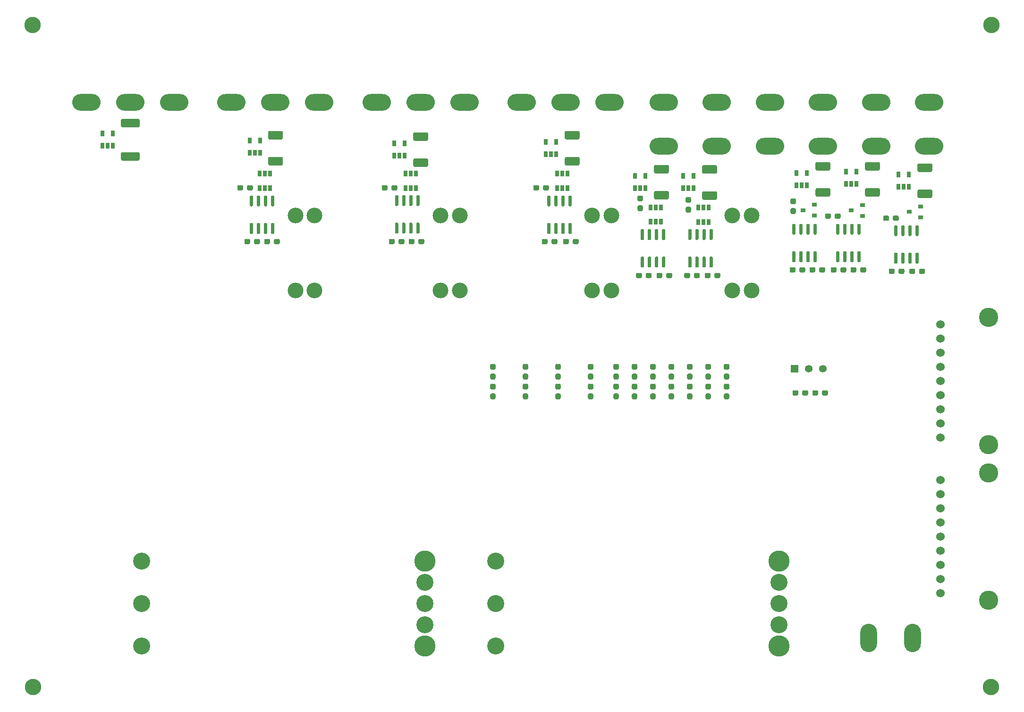
<source format=gbr>
%TF.GenerationSoftware,KiCad,Pcbnew,(5.1.6)-1*%
%TF.CreationDate,2022-03-18T16:24:39-05:00*%
%TF.ProjectId,2022_Rev2,32303232-5f52-4657-9632-2e6b69636164,rev?*%
%TF.SameCoordinates,Original*%
%TF.FileFunction,Soldermask,Top*%
%TF.FilePolarity,Negative*%
%FSLAX46Y46*%
G04 Gerber Fmt 4.6, Leading zero omitted, Abs format (unit mm)*
G04 Created by KiCad (PCBNEW (5.1.6)-1) date 2022-03-18 16:24:39*
%MOMM*%
%LPD*%
G01*
G04 APERTURE LIST*
%ADD10C,2.946400*%
%ADD11O,5.100000X3.000000*%
%ADD12C,1.524000*%
%ADD13C,3.450000*%
%ADD14C,3.048000*%
%ADD15C,3.810000*%
%ADD16R,0.650000X1.060000*%
%ADD17R,1.358000X1.358000*%
%ADD18C,1.358000*%
%ADD19R,0.900000X0.800000*%
%ADD20R,0.700000X1.000000*%
%ADD21C,2.819400*%
%ADD22O,3.000000X5.100000*%
G04 APERTURE END LIST*
D10*
%TO.C,REF\u002A\u002A*%
X70612000Y-24384000D03*
%TD*%
%TO.C,REF\u002A\u002A*%
X242570000Y-24384000D03*
%TD*%
%TO.C,REF\u002A\u002A*%
X242514120Y-143200120D03*
%TD*%
%TO.C,REF\u002A\u002A*%
X70667880Y-143200120D03*
%TD*%
%TO.C,R36*%
G36*
G01*
X231707001Y-50749000D02*
X229556999Y-50749000D01*
G75*
G02*
X229307000Y-50499001I0J249999D01*
G01*
X229307000Y-49473999D01*
G75*
G02*
X229556999Y-49224000I249999J0D01*
G01*
X231707001Y-49224000D01*
G75*
G02*
X231957000Y-49473999I0J-249999D01*
G01*
X231957000Y-50499001D01*
G75*
G02*
X231707001Y-50749000I-249999J0D01*
G01*
G37*
G36*
G01*
X231707001Y-55424000D02*
X229556999Y-55424000D01*
G75*
G02*
X229307000Y-55174001I0J249999D01*
G01*
X229307000Y-54148999D01*
G75*
G02*
X229556999Y-53899000I249999J0D01*
G01*
X231707001Y-53899000D01*
G75*
G02*
X231957000Y-54148999I0J-249999D01*
G01*
X231957000Y-55174001D01*
G75*
G02*
X231707001Y-55424000I-249999J0D01*
G01*
G37*
%TD*%
%TO.C,R35*%
G36*
G01*
X184463001Y-51003000D02*
X182312999Y-51003000D01*
G75*
G02*
X182063000Y-50753001I0J249999D01*
G01*
X182063000Y-49727999D01*
G75*
G02*
X182312999Y-49478000I249999J0D01*
G01*
X184463001Y-49478000D01*
G75*
G02*
X184713000Y-49727999I0J-249999D01*
G01*
X184713000Y-50753001D01*
G75*
G02*
X184463001Y-51003000I-249999J0D01*
G01*
G37*
G36*
G01*
X184463001Y-55678000D02*
X182312999Y-55678000D01*
G75*
G02*
X182063000Y-55428001I0J249999D01*
G01*
X182063000Y-54402999D01*
G75*
G02*
X182312999Y-54153000I249999J0D01*
G01*
X184463001Y-54153000D01*
G75*
G02*
X184713000Y-54402999I0J-249999D01*
G01*
X184713000Y-55428001D01*
G75*
G02*
X184463001Y-55678000I-249999J0D01*
G01*
G37*
%TD*%
%TO.C,R34*%
G36*
G01*
X115248001Y-44907000D02*
X113097999Y-44907000D01*
G75*
G02*
X112848000Y-44657001I0J249999D01*
G01*
X112848000Y-43631999D01*
G75*
G02*
X113097999Y-43382000I249999J0D01*
G01*
X115248001Y-43382000D01*
G75*
G02*
X115498000Y-43631999I0J-249999D01*
G01*
X115498000Y-44657001D01*
G75*
G02*
X115248001Y-44907000I-249999J0D01*
G01*
G37*
G36*
G01*
X115248001Y-49582000D02*
X113097999Y-49582000D01*
G75*
G02*
X112848000Y-49332001I0J249999D01*
G01*
X112848000Y-48306999D01*
G75*
G02*
X113097999Y-48057000I249999J0D01*
G01*
X115248001Y-48057000D01*
G75*
G02*
X115498000Y-48306999I0J-249999D01*
G01*
X115498000Y-49332001D01*
G75*
G02*
X115248001Y-49582000I-249999J0D01*
G01*
G37*
%TD*%
%TO.C,R26*%
G36*
G01*
X193099001Y-51054500D02*
X190948999Y-51054500D01*
G75*
G02*
X190699000Y-50804501I0J249999D01*
G01*
X190699000Y-49779499D01*
G75*
G02*
X190948999Y-49529500I249999J0D01*
G01*
X193099001Y-49529500D01*
G75*
G02*
X193349000Y-49779499I0J-249999D01*
G01*
X193349000Y-50804501D01*
G75*
G02*
X193099001Y-51054500I-249999J0D01*
G01*
G37*
G36*
G01*
X193099001Y-55729500D02*
X190948999Y-55729500D01*
G75*
G02*
X190699000Y-55479501I0J249999D01*
G01*
X190699000Y-54454499D01*
G75*
G02*
X190948999Y-54204500I249999J0D01*
G01*
X193099001Y-54204500D01*
G75*
G02*
X193349000Y-54454499I0J-249999D01*
G01*
X193349000Y-55479501D01*
G75*
G02*
X193099001Y-55729500I-249999J0D01*
G01*
G37*
%TD*%
%TO.C,R23*%
G36*
G01*
X168461001Y-44907000D02*
X166310999Y-44907000D01*
G75*
G02*
X166061000Y-44657001I0J249999D01*
G01*
X166061000Y-43631999D01*
G75*
G02*
X166310999Y-43382000I249999J0D01*
G01*
X168461001Y-43382000D01*
G75*
G02*
X168711000Y-43631999I0J-249999D01*
G01*
X168711000Y-44657001D01*
G75*
G02*
X168461001Y-44907000I-249999J0D01*
G01*
G37*
G36*
G01*
X168461001Y-49582000D02*
X166310999Y-49582000D01*
G75*
G02*
X166061000Y-49332001I0J249999D01*
G01*
X166061000Y-48306999D01*
G75*
G02*
X166310999Y-48057000I249999J0D01*
G01*
X168461001Y-48057000D01*
G75*
G02*
X168711000Y-48306999I0J-249999D01*
G01*
X168711000Y-49332001D01*
G75*
G02*
X168461001Y-49582000I-249999J0D01*
G01*
G37*
%TD*%
%TO.C,R21*%
G36*
G01*
X213419001Y-50495000D02*
X211268999Y-50495000D01*
G75*
G02*
X211019000Y-50245001I0J249999D01*
G01*
X211019000Y-49219999D01*
G75*
G02*
X211268999Y-48970000I249999J0D01*
G01*
X213419001Y-48970000D01*
G75*
G02*
X213669000Y-49219999I0J-249999D01*
G01*
X213669000Y-50245001D01*
G75*
G02*
X213419001Y-50495000I-249999J0D01*
G01*
G37*
G36*
G01*
X213419001Y-55170000D02*
X211268999Y-55170000D01*
G75*
G02*
X211019000Y-54920001I0J249999D01*
G01*
X211019000Y-53894999D01*
G75*
G02*
X211268999Y-53645000I249999J0D01*
G01*
X213419001Y-53645000D01*
G75*
G02*
X213669000Y-53894999I0J-249999D01*
G01*
X213669000Y-54920001D01*
G75*
G02*
X213419001Y-55170000I-249999J0D01*
G01*
G37*
%TD*%
%TO.C,R18*%
G36*
G01*
X222309001Y-50495000D02*
X220158999Y-50495000D01*
G75*
G02*
X219909000Y-50245001I0J249999D01*
G01*
X219909000Y-49219999D01*
G75*
G02*
X220158999Y-48970000I249999J0D01*
G01*
X222309001Y-48970000D01*
G75*
G02*
X222559000Y-49219999I0J-249999D01*
G01*
X222559000Y-50245001D01*
G75*
G02*
X222309001Y-50495000I-249999J0D01*
G01*
G37*
G36*
G01*
X222309001Y-55170000D02*
X220158999Y-55170000D01*
G75*
G02*
X219909000Y-54920001I0J249999D01*
G01*
X219909000Y-53894999D01*
G75*
G02*
X220158999Y-53645000I249999J0D01*
G01*
X222309001Y-53645000D01*
G75*
G02*
X222559000Y-53894999I0J-249999D01*
G01*
X222559000Y-54920001D01*
G75*
G02*
X222309001Y-55170000I-249999J0D01*
G01*
G37*
%TD*%
%TO.C,R16*%
G36*
G01*
X141283001Y-45161000D02*
X139132999Y-45161000D01*
G75*
G02*
X138883000Y-44911001I0J249999D01*
G01*
X138883000Y-43885999D01*
G75*
G02*
X139132999Y-43636000I249999J0D01*
G01*
X141283001Y-43636000D01*
G75*
G02*
X141533000Y-43885999I0J-249999D01*
G01*
X141533000Y-44911001D01*
G75*
G02*
X141283001Y-45161000I-249999J0D01*
G01*
G37*
G36*
G01*
X141283001Y-49836000D02*
X139132999Y-49836000D01*
G75*
G02*
X138883000Y-49586001I0J249999D01*
G01*
X138883000Y-48560999D01*
G75*
G02*
X139132999Y-48311000I249999J0D01*
G01*
X141283001Y-48311000D01*
G75*
G02*
X141533000Y-48560999I0J-249999D01*
G01*
X141533000Y-49586001D01*
G75*
G02*
X141283001Y-49836000I-249999J0D01*
G01*
G37*
%TD*%
%TO.C,R2*%
G36*
G01*
X89563001Y-42733000D02*
X86712999Y-42733000D01*
G75*
G02*
X86463000Y-42483001I0J249999D01*
G01*
X86463000Y-41457999D01*
G75*
G02*
X86712999Y-41208000I249999J0D01*
G01*
X89563001Y-41208000D01*
G75*
G02*
X89813000Y-41457999I0J-249999D01*
G01*
X89813000Y-42483001D01*
G75*
G02*
X89563001Y-42733000I-249999J0D01*
G01*
G37*
G36*
G01*
X89563001Y-48708000D02*
X86712999Y-48708000D01*
G75*
G02*
X86463000Y-48458001I0J249999D01*
G01*
X86463000Y-47432999D01*
G75*
G02*
X86712999Y-47183000I249999J0D01*
G01*
X89563001Y-47183000D01*
G75*
G02*
X89813000Y-47432999I0J-249999D01*
G01*
X89813000Y-48458001D01*
G75*
G02*
X89563001Y-48708000I-249999J0D01*
G01*
G37*
%TD*%
D11*
%TO.C,Conn10*%
X231425000Y-38285000D03*
X231425000Y-46159000D03*
%TD*%
%TO.C,Conn5*%
X212375000Y-38285000D03*
X212375000Y-46159000D03*
%TD*%
%TO.C,Conn7*%
X193325000Y-38285000D03*
X193325000Y-46159000D03*
%TD*%
%TO.C,Conn8*%
X221900000Y-38278000D03*
X221900000Y-46152000D03*
%TD*%
%TO.C,Conn6*%
X183800000Y-38285000D03*
X183800000Y-46159000D03*
%TD*%
%TO.C,Conn11*%
X202850000Y-38285000D03*
X202850000Y-46159000D03*
%TD*%
D12*
%TO.C,Conn13*%
X233426000Y-126365000D03*
X233426000Y-123825000D03*
X233426000Y-121285000D03*
X233426000Y-118745000D03*
D13*
X242062000Y-127635000D03*
X242062000Y-104775000D03*
D12*
X233426000Y-116205000D03*
X233426000Y-113665000D03*
X233426000Y-111125000D03*
X233426000Y-108585000D03*
X233426000Y-106045000D03*
%TD*%
%TO.C,Conn1*%
X233426000Y-98425000D03*
X233426000Y-95885000D03*
X233426000Y-93345000D03*
X233426000Y-90805000D03*
D13*
X242062000Y-99695000D03*
X242062000Y-76835000D03*
D12*
X233426000Y-88265000D03*
X233426000Y-85725000D03*
X233426000Y-83185000D03*
X233426000Y-80645000D03*
X233426000Y-78105000D03*
%TD*%
D14*
%TO.C,VR2*%
X204470000Y-132080000D03*
X204470000Y-128270000D03*
X204470000Y-124460000D03*
D15*
X204470000Y-120650000D03*
X204470000Y-135890000D03*
D14*
X153670000Y-120650000D03*
X153670000Y-128270000D03*
X153670000Y-135890000D03*
%TD*%
%TO.C,VR1*%
X140970000Y-132080000D03*
X140970000Y-128270000D03*
X140970000Y-124460000D03*
D15*
X140970000Y-120650000D03*
X140970000Y-135890000D03*
D14*
X90170000Y-120650000D03*
X90170000Y-128270000D03*
X90170000Y-135890000D03*
%TD*%
D16*
%TO.C,U25*%
X225872000Y-51224000D03*
X227772000Y-51224000D03*
X227772000Y-53424000D03*
X226822000Y-53424000D03*
X225872000Y-53424000D03*
%TD*%
%TO.C,U24*%
X178628000Y-51478000D03*
X180528000Y-51478000D03*
X180528000Y-53678000D03*
X179578000Y-53678000D03*
X178628000Y-53678000D03*
%TD*%
%TO.C,U23*%
X109540000Y-45128000D03*
X111440000Y-45128000D03*
X111440000Y-47328000D03*
X110490000Y-47328000D03*
X109540000Y-47328000D03*
%TD*%
%TO.C,U22*%
G36*
G01*
X225575000Y-62254000D02*
X225275000Y-62254000D01*
G75*
G02*
X225125000Y-62104000I0J150000D01*
G01*
X225125000Y-60454000D01*
G75*
G02*
X225275000Y-60304000I150000J0D01*
G01*
X225575000Y-60304000D01*
G75*
G02*
X225725000Y-60454000I0J-150000D01*
G01*
X225725000Y-62104000D01*
G75*
G02*
X225575000Y-62254000I-150000J0D01*
G01*
G37*
G36*
G01*
X226845000Y-62254000D02*
X226545000Y-62254000D01*
G75*
G02*
X226395000Y-62104000I0J150000D01*
G01*
X226395000Y-60454000D01*
G75*
G02*
X226545000Y-60304000I150000J0D01*
G01*
X226845000Y-60304000D01*
G75*
G02*
X226995000Y-60454000I0J-150000D01*
G01*
X226995000Y-62104000D01*
G75*
G02*
X226845000Y-62254000I-150000J0D01*
G01*
G37*
G36*
G01*
X228115000Y-62254000D02*
X227815000Y-62254000D01*
G75*
G02*
X227665000Y-62104000I0J150000D01*
G01*
X227665000Y-60454000D01*
G75*
G02*
X227815000Y-60304000I150000J0D01*
G01*
X228115000Y-60304000D01*
G75*
G02*
X228265000Y-60454000I0J-150000D01*
G01*
X228265000Y-62104000D01*
G75*
G02*
X228115000Y-62254000I-150000J0D01*
G01*
G37*
G36*
G01*
X229385000Y-62254000D02*
X229085000Y-62254000D01*
G75*
G02*
X228935000Y-62104000I0J150000D01*
G01*
X228935000Y-60454000D01*
G75*
G02*
X229085000Y-60304000I150000J0D01*
G01*
X229385000Y-60304000D01*
G75*
G02*
X229535000Y-60454000I0J-150000D01*
G01*
X229535000Y-62104000D01*
G75*
G02*
X229385000Y-62254000I-150000J0D01*
G01*
G37*
G36*
G01*
X229385000Y-67204000D02*
X229085000Y-67204000D01*
G75*
G02*
X228935000Y-67054000I0J150000D01*
G01*
X228935000Y-65404000D01*
G75*
G02*
X229085000Y-65254000I150000J0D01*
G01*
X229385000Y-65254000D01*
G75*
G02*
X229535000Y-65404000I0J-150000D01*
G01*
X229535000Y-67054000D01*
G75*
G02*
X229385000Y-67204000I-150000J0D01*
G01*
G37*
G36*
G01*
X228115000Y-67204000D02*
X227815000Y-67204000D01*
G75*
G02*
X227665000Y-67054000I0J150000D01*
G01*
X227665000Y-65404000D01*
G75*
G02*
X227815000Y-65254000I150000J0D01*
G01*
X228115000Y-65254000D01*
G75*
G02*
X228265000Y-65404000I0J-150000D01*
G01*
X228265000Y-67054000D01*
G75*
G02*
X228115000Y-67204000I-150000J0D01*
G01*
G37*
G36*
G01*
X226845000Y-67204000D02*
X226545000Y-67204000D01*
G75*
G02*
X226395000Y-67054000I0J150000D01*
G01*
X226395000Y-65404000D01*
G75*
G02*
X226545000Y-65254000I150000J0D01*
G01*
X226845000Y-65254000D01*
G75*
G02*
X226995000Y-65404000I0J-150000D01*
G01*
X226995000Y-67054000D01*
G75*
G02*
X226845000Y-67204000I-150000J0D01*
G01*
G37*
G36*
G01*
X225575000Y-67204000D02*
X225275000Y-67204000D01*
G75*
G02*
X225125000Y-67054000I0J150000D01*
G01*
X225125000Y-65404000D01*
G75*
G02*
X225275000Y-65254000I150000J0D01*
G01*
X225575000Y-65254000D01*
G75*
G02*
X225725000Y-65404000I0J-150000D01*
G01*
X225725000Y-67054000D01*
G75*
G02*
X225575000Y-67204000I-150000J0D01*
G01*
G37*
%TD*%
%TO.C,U21*%
G36*
G01*
X180109000Y-62951000D02*
X179809000Y-62951000D01*
G75*
G02*
X179659000Y-62801000I0J150000D01*
G01*
X179659000Y-61151000D01*
G75*
G02*
X179809000Y-61001000I150000J0D01*
G01*
X180109000Y-61001000D01*
G75*
G02*
X180259000Y-61151000I0J-150000D01*
G01*
X180259000Y-62801000D01*
G75*
G02*
X180109000Y-62951000I-150000J0D01*
G01*
G37*
G36*
G01*
X181379000Y-62951000D02*
X181079000Y-62951000D01*
G75*
G02*
X180929000Y-62801000I0J150000D01*
G01*
X180929000Y-61151000D01*
G75*
G02*
X181079000Y-61001000I150000J0D01*
G01*
X181379000Y-61001000D01*
G75*
G02*
X181529000Y-61151000I0J-150000D01*
G01*
X181529000Y-62801000D01*
G75*
G02*
X181379000Y-62951000I-150000J0D01*
G01*
G37*
G36*
G01*
X182649000Y-62951000D02*
X182349000Y-62951000D01*
G75*
G02*
X182199000Y-62801000I0J150000D01*
G01*
X182199000Y-61151000D01*
G75*
G02*
X182349000Y-61001000I150000J0D01*
G01*
X182649000Y-61001000D01*
G75*
G02*
X182799000Y-61151000I0J-150000D01*
G01*
X182799000Y-62801000D01*
G75*
G02*
X182649000Y-62951000I-150000J0D01*
G01*
G37*
G36*
G01*
X183919000Y-62951000D02*
X183619000Y-62951000D01*
G75*
G02*
X183469000Y-62801000I0J150000D01*
G01*
X183469000Y-61151000D01*
G75*
G02*
X183619000Y-61001000I150000J0D01*
G01*
X183919000Y-61001000D01*
G75*
G02*
X184069000Y-61151000I0J-150000D01*
G01*
X184069000Y-62801000D01*
G75*
G02*
X183919000Y-62951000I-150000J0D01*
G01*
G37*
G36*
G01*
X183919000Y-67901000D02*
X183619000Y-67901000D01*
G75*
G02*
X183469000Y-67751000I0J150000D01*
G01*
X183469000Y-66101000D01*
G75*
G02*
X183619000Y-65951000I150000J0D01*
G01*
X183919000Y-65951000D01*
G75*
G02*
X184069000Y-66101000I0J-150000D01*
G01*
X184069000Y-67751000D01*
G75*
G02*
X183919000Y-67901000I-150000J0D01*
G01*
G37*
G36*
G01*
X182649000Y-67901000D02*
X182349000Y-67901000D01*
G75*
G02*
X182199000Y-67751000I0J150000D01*
G01*
X182199000Y-66101000D01*
G75*
G02*
X182349000Y-65951000I150000J0D01*
G01*
X182649000Y-65951000D01*
G75*
G02*
X182799000Y-66101000I0J-150000D01*
G01*
X182799000Y-67751000D01*
G75*
G02*
X182649000Y-67901000I-150000J0D01*
G01*
G37*
G36*
G01*
X181379000Y-67901000D02*
X181079000Y-67901000D01*
G75*
G02*
X180929000Y-67751000I0J150000D01*
G01*
X180929000Y-66101000D01*
G75*
G02*
X181079000Y-65951000I150000J0D01*
G01*
X181379000Y-65951000D01*
G75*
G02*
X181529000Y-66101000I0J-150000D01*
G01*
X181529000Y-67751000D01*
G75*
G02*
X181379000Y-67901000I-150000J0D01*
G01*
G37*
G36*
G01*
X180109000Y-67901000D02*
X179809000Y-67901000D01*
G75*
G02*
X179659000Y-67751000I0J150000D01*
G01*
X179659000Y-66101000D01*
G75*
G02*
X179809000Y-65951000I150000J0D01*
G01*
X180109000Y-65951000D01*
G75*
G02*
X180259000Y-66101000I0J-150000D01*
G01*
X180259000Y-67751000D01*
G75*
G02*
X180109000Y-67901000I-150000J0D01*
G01*
G37*
%TD*%
%TO.C,U20*%
G36*
G01*
X110005000Y-56920000D02*
X109705000Y-56920000D01*
G75*
G02*
X109555000Y-56770000I0J150000D01*
G01*
X109555000Y-55120000D01*
G75*
G02*
X109705000Y-54970000I150000J0D01*
G01*
X110005000Y-54970000D01*
G75*
G02*
X110155000Y-55120000I0J-150000D01*
G01*
X110155000Y-56770000D01*
G75*
G02*
X110005000Y-56920000I-150000J0D01*
G01*
G37*
G36*
G01*
X111275000Y-56920000D02*
X110975000Y-56920000D01*
G75*
G02*
X110825000Y-56770000I0J150000D01*
G01*
X110825000Y-55120000D01*
G75*
G02*
X110975000Y-54970000I150000J0D01*
G01*
X111275000Y-54970000D01*
G75*
G02*
X111425000Y-55120000I0J-150000D01*
G01*
X111425000Y-56770000D01*
G75*
G02*
X111275000Y-56920000I-150000J0D01*
G01*
G37*
G36*
G01*
X112545000Y-56920000D02*
X112245000Y-56920000D01*
G75*
G02*
X112095000Y-56770000I0J150000D01*
G01*
X112095000Y-55120000D01*
G75*
G02*
X112245000Y-54970000I150000J0D01*
G01*
X112545000Y-54970000D01*
G75*
G02*
X112695000Y-55120000I0J-150000D01*
G01*
X112695000Y-56770000D01*
G75*
G02*
X112545000Y-56920000I-150000J0D01*
G01*
G37*
G36*
G01*
X113815000Y-56920000D02*
X113515000Y-56920000D01*
G75*
G02*
X113365000Y-56770000I0J150000D01*
G01*
X113365000Y-55120000D01*
G75*
G02*
X113515000Y-54970000I150000J0D01*
G01*
X113815000Y-54970000D01*
G75*
G02*
X113965000Y-55120000I0J-150000D01*
G01*
X113965000Y-56770000D01*
G75*
G02*
X113815000Y-56920000I-150000J0D01*
G01*
G37*
G36*
G01*
X113815000Y-61870000D02*
X113515000Y-61870000D01*
G75*
G02*
X113365000Y-61720000I0J150000D01*
G01*
X113365000Y-60070000D01*
G75*
G02*
X113515000Y-59920000I150000J0D01*
G01*
X113815000Y-59920000D01*
G75*
G02*
X113965000Y-60070000I0J-150000D01*
G01*
X113965000Y-61720000D01*
G75*
G02*
X113815000Y-61870000I-150000J0D01*
G01*
G37*
G36*
G01*
X112545000Y-61870000D02*
X112245000Y-61870000D01*
G75*
G02*
X112095000Y-61720000I0J150000D01*
G01*
X112095000Y-60070000D01*
G75*
G02*
X112245000Y-59920000I150000J0D01*
G01*
X112545000Y-59920000D01*
G75*
G02*
X112695000Y-60070000I0J-150000D01*
G01*
X112695000Y-61720000D01*
G75*
G02*
X112545000Y-61870000I-150000J0D01*
G01*
G37*
G36*
G01*
X111275000Y-61870000D02*
X110975000Y-61870000D01*
G75*
G02*
X110825000Y-61720000I0J150000D01*
G01*
X110825000Y-60070000D01*
G75*
G02*
X110975000Y-59920000I150000J0D01*
G01*
X111275000Y-59920000D01*
G75*
G02*
X111425000Y-60070000I0J-150000D01*
G01*
X111425000Y-61720000D01*
G75*
G02*
X111275000Y-61870000I-150000J0D01*
G01*
G37*
G36*
G01*
X110005000Y-61870000D02*
X109705000Y-61870000D01*
G75*
G02*
X109555000Y-61720000I0J150000D01*
G01*
X109555000Y-60070000D01*
G75*
G02*
X109705000Y-59920000I150000J0D01*
G01*
X110005000Y-59920000D01*
G75*
G02*
X110155000Y-60070000I0J-150000D01*
G01*
X110155000Y-61720000D01*
G75*
G02*
X110005000Y-61870000I-150000J0D01*
G01*
G37*
%TD*%
%TO.C,U19*%
X187264000Y-51478000D03*
X189164000Y-51478000D03*
X189164000Y-53678000D03*
X188214000Y-53678000D03*
X187264000Y-53678000D03*
%TD*%
%TO.C,U18*%
G36*
G01*
X188618000Y-62951000D02*
X188318000Y-62951000D01*
G75*
G02*
X188168000Y-62801000I0J150000D01*
G01*
X188168000Y-61151000D01*
G75*
G02*
X188318000Y-61001000I150000J0D01*
G01*
X188618000Y-61001000D01*
G75*
G02*
X188768000Y-61151000I0J-150000D01*
G01*
X188768000Y-62801000D01*
G75*
G02*
X188618000Y-62951000I-150000J0D01*
G01*
G37*
G36*
G01*
X189888000Y-62951000D02*
X189588000Y-62951000D01*
G75*
G02*
X189438000Y-62801000I0J150000D01*
G01*
X189438000Y-61151000D01*
G75*
G02*
X189588000Y-61001000I150000J0D01*
G01*
X189888000Y-61001000D01*
G75*
G02*
X190038000Y-61151000I0J-150000D01*
G01*
X190038000Y-62801000D01*
G75*
G02*
X189888000Y-62951000I-150000J0D01*
G01*
G37*
G36*
G01*
X191158000Y-62951000D02*
X190858000Y-62951000D01*
G75*
G02*
X190708000Y-62801000I0J150000D01*
G01*
X190708000Y-61151000D01*
G75*
G02*
X190858000Y-61001000I150000J0D01*
G01*
X191158000Y-61001000D01*
G75*
G02*
X191308000Y-61151000I0J-150000D01*
G01*
X191308000Y-62801000D01*
G75*
G02*
X191158000Y-62951000I-150000J0D01*
G01*
G37*
G36*
G01*
X192428000Y-62951000D02*
X192128000Y-62951000D01*
G75*
G02*
X191978000Y-62801000I0J150000D01*
G01*
X191978000Y-61151000D01*
G75*
G02*
X192128000Y-61001000I150000J0D01*
G01*
X192428000Y-61001000D01*
G75*
G02*
X192578000Y-61151000I0J-150000D01*
G01*
X192578000Y-62801000D01*
G75*
G02*
X192428000Y-62951000I-150000J0D01*
G01*
G37*
G36*
G01*
X192428000Y-67901000D02*
X192128000Y-67901000D01*
G75*
G02*
X191978000Y-67751000I0J150000D01*
G01*
X191978000Y-66101000D01*
G75*
G02*
X192128000Y-65951000I150000J0D01*
G01*
X192428000Y-65951000D01*
G75*
G02*
X192578000Y-66101000I0J-150000D01*
G01*
X192578000Y-67751000D01*
G75*
G02*
X192428000Y-67901000I-150000J0D01*
G01*
G37*
G36*
G01*
X191158000Y-67901000D02*
X190858000Y-67901000D01*
G75*
G02*
X190708000Y-67751000I0J150000D01*
G01*
X190708000Y-66101000D01*
G75*
G02*
X190858000Y-65951000I150000J0D01*
G01*
X191158000Y-65951000D01*
G75*
G02*
X191308000Y-66101000I0J-150000D01*
G01*
X191308000Y-67751000D01*
G75*
G02*
X191158000Y-67901000I-150000J0D01*
G01*
G37*
G36*
G01*
X189888000Y-67901000D02*
X189588000Y-67901000D01*
G75*
G02*
X189438000Y-67751000I0J150000D01*
G01*
X189438000Y-66101000D01*
G75*
G02*
X189588000Y-65951000I150000J0D01*
G01*
X189888000Y-65951000D01*
G75*
G02*
X190038000Y-66101000I0J-150000D01*
G01*
X190038000Y-67751000D01*
G75*
G02*
X189888000Y-67901000I-150000J0D01*
G01*
G37*
G36*
G01*
X188618000Y-67901000D02*
X188318000Y-67901000D01*
G75*
G02*
X188168000Y-67751000I0J150000D01*
G01*
X188168000Y-66101000D01*
G75*
G02*
X188318000Y-65951000I150000J0D01*
G01*
X188618000Y-65951000D01*
G75*
G02*
X188768000Y-66101000I0J-150000D01*
G01*
X188768000Y-67751000D01*
G75*
G02*
X188618000Y-67901000I-150000J0D01*
G01*
G37*
%TD*%
%TO.C,U17*%
G36*
G01*
X163345000Y-56920000D02*
X163045000Y-56920000D01*
G75*
G02*
X162895000Y-56770000I0J150000D01*
G01*
X162895000Y-55120000D01*
G75*
G02*
X163045000Y-54970000I150000J0D01*
G01*
X163345000Y-54970000D01*
G75*
G02*
X163495000Y-55120000I0J-150000D01*
G01*
X163495000Y-56770000D01*
G75*
G02*
X163345000Y-56920000I-150000J0D01*
G01*
G37*
G36*
G01*
X164615000Y-56920000D02*
X164315000Y-56920000D01*
G75*
G02*
X164165000Y-56770000I0J150000D01*
G01*
X164165000Y-55120000D01*
G75*
G02*
X164315000Y-54970000I150000J0D01*
G01*
X164615000Y-54970000D01*
G75*
G02*
X164765000Y-55120000I0J-150000D01*
G01*
X164765000Y-56770000D01*
G75*
G02*
X164615000Y-56920000I-150000J0D01*
G01*
G37*
G36*
G01*
X165885000Y-56920000D02*
X165585000Y-56920000D01*
G75*
G02*
X165435000Y-56770000I0J150000D01*
G01*
X165435000Y-55120000D01*
G75*
G02*
X165585000Y-54970000I150000J0D01*
G01*
X165885000Y-54970000D01*
G75*
G02*
X166035000Y-55120000I0J-150000D01*
G01*
X166035000Y-56770000D01*
G75*
G02*
X165885000Y-56920000I-150000J0D01*
G01*
G37*
G36*
G01*
X167155000Y-56920000D02*
X166855000Y-56920000D01*
G75*
G02*
X166705000Y-56770000I0J150000D01*
G01*
X166705000Y-55120000D01*
G75*
G02*
X166855000Y-54970000I150000J0D01*
G01*
X167155000Y-54970000D01*
G75*
G02*
X167305000Y-55120000I0J-150000D01*
G01*
X167305000Y-56770000D01*
G75*
G02*
X167155000Y-56920000I-150000J0D01*
G01*
G37*
G36*
G01*
X167155000Y-61870000D02*
X166855000Y-61870000D01*
G75*
G02*
X166705000Y-61720000I0J150000D01*
G01*
X166705000Y-60070000D01*
G75*
G02*
X166855000Y-59920000I150000J0D01*
G01*
X167155000Y-59920000D01*
G75*
G02*
X167305000Y-60070000I0J-150000D01*
G01*
X167305000Y-61720000D01*
G75*
G02*
X167155000Y-61870000I-150000J0D01*
G01*
G37*
G36*
G01*
X165885000Y-61870000D02*
X165585000Y-61870000D01*
G75*
G02*
X165435000Y-61720000I0J150000D01*
G01*
X165435000Y-60070000D01*
G75*
G02*
X165585000Y-59920000I150000J0D01*
G01*
X165885000Y-59920000D01*
G75*
G02*
X166035000Y-60070000I0J-150000D01*
G01*
X166035000Y-61720000D01*
G75*
G02*
X165885000Y-61870000I-150000J0D01*
G01*
G37*
G36*
G01*
X164615000Y-61870000D02*
X164315000Y-61870000D01*
G75*
G02*
X164165000Y-61720000I0J150000D01*
G01*
X164165000Y-60070000D01*
G75*
G02*
X164315000Y-59920000I150000J0D01*
G01*
X164615000Y-59920000D01*
G75*
G02*
X164765000Y-60070000I0J-150000D01*
G01*
X164765000Y-61720000D01*
G75*
G02*
X164615000Y-61870000I-150000J0D01*
G01*
G37*
G36*
G01*
X163345000Y-61870000D02*
X163045000Y-61870000D01*
G75*
G02*
X162895000Y-61720000I0J150000D01*
G01*
X162895000Y-60070000D01*
G75*
G02*
X163045000Y-59920000I150000J0D01*
G01*
X163345000Y-59920000D01*
G75*
G02*
X163495000Y-60070000I0J-150000D01*
G01*
X163495000Y-61720000D01*
G75*
G02*
X163345000Y-61870000I-150000J0D01*
G01*
G37*
%TD*%
%TO.C,U16*%
X162626000Y-45382000D03*
X164526000Y-45382000D03*
X164526000Y-47582000D03*
X163576000Y-47582000D03*
X162626000Y-47582000D03*
%TD*%
%TO.C,U15*%
X207584000Y-50970000D03*
X209484000Y-50970000D03*
X209484000Y-53170000D03*
X208534000Y-53170000D03*
X207584000Y-53170000D03*
%TD*%
%TO.C,U13*%
X216474000Y-50716000D03*
X218374000Y-50716000D03*
X218374000Y-52916000D03*
X217424000Y-52916000D03*
X216474000Y-52916000D03*
%TD*%
%TO.C,U12*%
X135448000Y-45636000D03*
X137348000Y-45636000D03*
X137348000Y-47836000D03*
X136398000Y-47836000D03*
X135448000Y-47836000D03*
%TD*%
%TO.C,U11*%
G36*
G01*
X207287000Y-62000000D02*
X206987000Y-62000000D01*
G75*
G02*
X206837000Y-61850000I0J150000D01*
G01*
X206837000Y-60200000D01*
G75*
G02*
X206987000Y-60050000I150000J0D01*
G01*
X207287000Y-60050000D01*
G75*
G02*
X207437000Y-60200000I0J-150000D01*
G01*
X207437000Y-61850000D01*
G75*
G02*
X207287000Y-62000000I-150000J0D01*
G01*
G37*
G36*
G01*
X208557000Y-62000000D02*
X208257000Y-62000000D01*
G75*
G02*
X208107000Y-61850000I0J150000D01*
G01*
X208107000Y-60200000D01*
G75*
G02*
X208257000Y-60050000I150000J0D01*
G01*
X208557000Y-60050000D01*
G75*
G02*
X208707000Y-60200000I0J-150000D01*
G01*
X208707000Y-61850000D01*
G75*
G02*
X208557000Y-62000000I-150000J0D01*
G01*
G37*
G36*
G01*
X209827000Y-62000000D02*
X209527000Y-62000000D01*
G75*
G02*
X209377000Y-61850000I0J150000D01*
G01*
X209377000Y-60200000D01*
G75*
G02*
X209527000Y-60050000I150000J0D01*
G01*
X209827000Y-60050000D01*
G75*
G02*
X209977000Y-60200000I0J-150000D01*
G01*
X209977000Y-61850000D01*
G75*
G02*
X209827000Y-62000000I-150000J0D01*
G01*
G37*
G36*
G01*
X211097000Y-62000000D02*
X210797000Y-62000000D01*
G75*
G02*
X210647000Y-61850000I0J150000D01*
G01*
X210647000Y-60200000D01*
G75*
G02*
X210797000Y-60050000I150000J0D01*
G01*
X211097000Y-60050000D01*
G75*
G02*
X211247000Y-60200000I0J-150000D01*
G01*
X211247000Y-61850000D01*
G75*
G02*
X211097000Y-62000000I-150000J0D01*
G01*
G37*
G36*
G01*
X211097000Y-66950000D02*
X210797000Y-66950000D01*
G75*
G02*
X210647000Y-66800000I0J150000D01*
G01*
X210647000Y-65150000D01*
G75*
G02*
X210797000Y-65000000I150000J0D01*
G01*
X211097000Y-65000000D01*
G75*
G02*
X211247000Y-65150000I0J-150000D01*
G01*
X211247000Y-66800000D01*
G75*
G02*
X211097000Y-66950000I-150000J0D01*
G01*
G37*
G36*
G01*
X209827000Y-66950000D02*
X209527000Y-66950000D01*
G75*
G02*
X209377000Y-66800000I0J150000D01*
G01*
X209377000Y-65150000D01*
G75*
G02*
X209527000Y-65000000I150000J0D01*
G01*
X209827000Y-65000000D01*
G75*
G02*
X209977000Y-65150000I0J-150000D01*
G01*
X209977000Y-66800000D01*
G75*
G02*
X209827000Y-66950000I-150000J0D01*
G01*
G37*
G36*
G01*
X208557000Y-66950000D02*
X208257000Y-66950000D01*
G75*
G02*
X208107000Y-66800000I0J150000D01*
G01*
X208107000Y-65150000D01*
G75*
G02*
X208257000Y-65000000I150000J0D01*
G01*
X208557000Y-65000000D01*
G75*
G02*
X208707000Y-65150000I0J-150000D01*
G01*
X208707000Y-66800000D01*
G75*
G02*
X208557000Y-66950000I-150000J0D01*
G01*
G37*
G36*
G01*
X207287000Y-66950000D02*
X206987000Y-66950000D01*
G75*
G02*
X206837000Y-66800000I0J150000D01*
G01*
X206837000Y-65150000D01*
G75*
G02*
X206987000Y-65000000I150000J0D01*
G01*
X207287000Y-65000000D01*
G75*
G02*
X207437000Y-65150000I0J-150000D01*
G01*
X207437000Y-66800000D01*
G75*
G02*
X207287000Y-66950000I-150000J0D01*
G01*
G37*
%TD*%
%TO.C,U9*%
G36*
G01*
X215161000Y-62000000D02*
X214861000Y-62000000D01*
G75*
G02*
X214711000Y-61850000I0J150000D01*
G01*
X214711000Y-60200000D01*
G75*
G02*
X214861000Y-60050000I150000J0D01*
G01*
X215161000Y-60050000D01*
G75*
G02*
X215311000Y-60200000I0J-150000D01*
G01*
X215311000Y-61850000D01*
G75*
G02*
X215161000Y-62000000I-150000J0D01*
G01*
G37*
G36*
G01*
X216431000Y-62000000D02*
X216131000Y-62000000D01*
G75*
G02*
X215981000Y-61850000I0J150000D01*
G01*
X215981000Y-60200000D01*
G75*
G02*
X216131000Y-60050000I150000J0D01*
G01*
X216431000Y-60050000D01*
G75*
G02*
X216581000Y-60200000I0J-150000D01*
G01*
X216581000Y-61850000D01*
G75*
G02*
X216431000Y-62000000I-150000J0D01*
G01*
G37*
G36*
G01*
X217701000Y-62000000D02*
X217401000Y-62000000D01*
G75*
G02*
X217251000Y-61850000I0J150000D01*
G01*
X217251000Y-60200000D01*
G75*
G02*
X217401000Y-60050000I150000J0D01*
G01*
X217701000Y-60050000D01*
G75*
G02*
X217851000Y-60200000I0J-150000D01*
G01*
X217851000Y-61850000D01*
G75*
G02*
X217701000Y-62000000I-150000J0D01*
G01*
G37*
G36*
G01*
X218971000Y-62000000D02*
X218671000Y-62000000D01*
G75*
G02*
X218521000Y-61850000I0J150000D01*
G01*
X218521000Y-60200000D01*
G75*
G02*
X218671000Y-60050000I150000J0D01*
G01*
X218971000Y-60050000D01*
G75*
G02*
X219121000Y-60200000I0J-150000D01*
G01*
X219121000Y-61850000D01*
G75*
G02*
X218971000Y-62000000I-150000J0D01*
G01*
G37*
G36*
G01*
X218971000Y-66950000D02*
X218671000Y-66950000D01*
G75*
G02*
X218521000Y-66800000I0J150000D01*
G01*
X218521000Y-65150000D01*
G75*
G02*
X218671000Y-65000000I150000J0D01*
G01*
X218971000Y-65000000D01*
G75*
G02*
X219121000Y-65150000I0J-150000D01*
G01*
X219121000Y-66800000D01*
G75*
G02*
X218971000Y-66950000I-150000J0D01*
G01*
G37*
G36*
G01*
X217701000Y-66950000D02*
X217401000Y-66950000D01*
G75*
G02*
X217251000Y-66800000I0J150000D01*
G01*
X217251000Y-65150000D01*
G75*
G02*
X217401000Y-65000000I150000J0D01*
G01*
X217701000Y-65000000D01*
G75*
G02*
X217851000Y-65150000I0J-150000D01*
G01*
X217851000Y-66800000D01*
G75*
G02*
X217701000Y-66950000I-150000J0D01*
G01*
G37*
G36*
G01*
X216431000Y-66950000D02*
X216131000Y-66950000D01*
G75*
G02*
X215981000Y-66800000I0J150000D01*
G01*
X215981000Y-65150000D01*
G75*
G02*
X216131000Y-65000000I150000J0D01*
G01*
X216431000Y-65000000D01*
G75*
G02*
X216581000Y-65150000I0J-150000D01*
G01*
X216581000Y-66800000D01*
G75*
G02*
X216431000Y-66950000I-150000J0D01*
G01*
G37*
G36*
G01*
X215161000Y-66950000D02*
X214861000Y-66950000D01*
G75*
G02*
X214711000Y-66800000I0J150000D01*
G01*
X214711000Y-65150000D01*
G75*
G02*
X214861000Y-65000000I150000J0D01*
G01*
X215161000Y-65000000D01*
G75*
G02*
X215311000Y-65150000I0J-150000D01*
G01*
X215311000Y-66800000D01*
G75*
G02*
X215161000Y-66950000I-150000J0D01*
G01*
G37*
%TD*%
%TO.C,U8*%
G36*
G01*
X136040000Y-56855000D02*
X135740000Y-56855000D01*
G75*
G02*
X135590000Y-56705000I0J150000D01*
G01*
X135590000Y-55055000D01*
G75*
G02*
X135740000Y-54905000I150000J0D01*
G01*
X136040000Y-54905000D01*
G75*
G02*
X136190000Y-55055000I0J-150000D01*
G01*
X136190000Y-56705000D01*
G75*
G02*
X136040000Y-56855000I-150000J0D01*
G01*
G37*
G36*
G01*
X137310000Y-56855000D02*
X137010000Y-56855000D01*
G75*
G02*
X136860000Y-56705000I0J150000D01*
G01*
X136860000Y-55055000D01*
G75*
G02*
X137010000Y-54905000I150000J0D01*
G01*
X137310000Y-54905000D01*
G75*
G02*
X137460000Y-55055000I0J-150000D01*
G01*
X137460000Y-56705000D01*
G75*
G02*
X137310000Y-56855000I-150000J0D01*
G01*
G37*
G36*
G01*
X138580000Y-56855000D02*
X138280000Y-56855000D01*
G75*
G02*
X138130000Y-56705000I0J150000D01*
G01*
X138130000Y-55055000D01*
G75*
G02*
X138280000Y-54905000I150000J0D01*
G01*
X138580000Y-54905000D01*
G75*
G02*
X138730000Y-55055000I0J-150000D01*
G01*
X138730000Y-56705000D01*
G75*
G02*
X138580000Y-56855000I-150000J0D01*
G01*
G37*
G36*
G01*
X139850000Y-56855000D02*
X139550000Y-56855000D01*
G75*
G02*
X139400000Y-56705000I0J150000D01*
G01*
X139400000Y-55055000D01*
G75*
G02*
X139550000Y-54905000I150000J0D01*
G01*
X139850000Y-54905000D01*
G75*
G02*
X140000000Y-55055000I0J-150000D01*
G01*
X140000000Y-56705000D01*
G75*
G02*
X139850000Y-56855000I-150000J0D01*
G01*
G37*
G36*
G01*
X139850000Y-61805000D02*
X139550000Y-61805000D01*
G75*
G02*
X139400000Y-61655000I0J150000D01*
G01*
X139400000Y-60005000D01*
G75*
G02*
X139550000Y-59855000I150000J0D01*
G01*
X139850000Y-59855000D01*
G75*
G02*
X140000000Y-60005000I0J-150000D01*
G01*
X140000000Y-61655000D01*
G75*
G02*
X139850000Y-61805000I-150000J0D01*
G01*
G37*
G36*
G01*
X138580000Y-61805000D02*
X138280000Y-61805000D01*
G75*
G02*
X138130000Y-61655000I0J150000D01*
G01*
X138130000Y-60005000D01*
G75*
G02*
X138280000Y-59855000I150000J0D01*
G01*
X138580000Y-59855000D01*
G75*
G02*
X138730000Y-60005000I0J-150000D01*
G01*
X138730000Y-61655000D01*
G75*
G02*
X138580000Y-61805000I-150000J0D01*
G01*
G37*
G36*
G01*
X137310000Y-61805000D02*
X137010000Y-61805000D01*
G75*
G02*
X136860000Y-61655000I0J150000D01*
G01*
X136860000Y-60005000D01*
G75*
G02*
X137010000Y-59855000I150000J0D01*
G01*
X137310000Y-59855000D01*
G75*
G02*
X137460000Y-60005000I0J-150000D01*
G01*
X137460000Y-61655000D01*
G75*
G02*
X137310000Y-61805000I-150000J0D01*
G01*
G37*
G36*
G01*
X136040000Y-61805000D02*
X135740000Y-61805000D01*
G75*
G02*
X135590000Y-61655000I0J150000D01*
G01*
X135590000Y-60005000D01*
G75*
G02*
X135740000Y-59855000I150000J0D01*
G01*
X136040000Y-59855000D01*
G75*
G02*
X136190000Y-60005000I0J-150000D01*
G01*
X136190000Y-61655000D01*
G75*
G02*
X136040000Y-61805000I-150000J0D01*
G01*
G37*
%TD*%
%TO.C,U2*%
X83124000Y-43858000D03*
X85024000Y-43858000D03*
X85024000Y-46058000D03*
X84074000Y-46058000D03*
X83124000Y-46058000D03*
%TD*%
D17*
%TO.C,U1*%
X207264000Y-86078000D03*
D18*
X209804000Y-86078000D03*
X212344000Y-86078000D03*
%TD*%
%TO.C,R33*%
G36*
G01*
X191532500Y-90520000D02*
X192007500Y-90520000D01*
G75*
G02*
X192245000Y-90757500I0J-237500D01*
G01*
X192245000Y-91332500D01*
G75*
G02*
X192007500Y-91570000I-237500J0D01*
G01*
X191532500Y-91570000D01*
G75*
G02*
X191295000Y-91332500I0J237500D01*
G01*
X191295000Y-90757500D01*
G75*
G02*
X191532500Y-90520000I237500J0D01*
G01*
G37*
G36*
G01*
X191532500Y-88770000D02*
X192007500Y-88770000D01*
G75*
G02*
X192245000Y-89007500I0J-237500D01*
G01*
X192245000Y-89582500D01*
G75*
G02*
X192007500Y-89820000I-237500J0D01*
G01*
X191532500Y-89820000D01*
G75*
G02*
X191295000Y-89582500I0J237500D01*
G01*
X191295000Y-89007500D01*
G75*
G02*
X191532500Y-88770000I237500J0D01*
G01*
G37*
%TD*%
%TO.C,R32*%
G36*
G01*
X175022500Y-90520000D02*
X175497500Y-90520000D01*
G75*
G02*
X175735000Y-90757500I0J-237500D01*
G01*
X175735000Y-91332500D01*
G75*
G02*
X175497500Y-91570000I-237500J0D01*
G01*
X175022500Y-91570000D01*
G75*
G02*
X174785000Y-91332500I0J237500D01*
G01*
X174785000Y-90757500D01*
G75*
G02*
X175022500Y-90520000I237500J0D01*
G01*
G37*
G36*
G01*
X175022500Y-88770000D02*
X175497500Y-88770000D01*
G75*
G02*
X175735000Y-89007500I0J-237500D01*
G01*
X175735000Y-89582500D01*
G75*
G02*
X175497500Y-89820000I-237500J0D01*
G01*
X175022500Y-89820000D01*
G75*
G02*
X174785000Y-89582500I0J237500D01*
G01*
X174785000Y-89007500D01*
G75*
G02*
X175022500Y-88770000I237500J0D01*
G01*
G37*
%TD*%
%TO.C,R31*%
G36*
G01*
X158766500Y-90520000D02*
X159241500Y-90520000D01*
G75*
G02*
X159479000Y-90757500I0J-237500D01*
G01*
X159479000Y-91332500D01*
G75*
G02*
X159241500Y-91570000I-237500J0D01*
G01*
X158766500Y-91570000D01*
G75*
G02*
X158529000Y-91332500I0J237500D01*
G01*
X158529000Y-90757500D01*
G75*
G02*
X158766500Y-90520000I237500J0D01*
G01*
G37*
G36*
G01*
X158766500Y-88770000D02*
X159241500Y-88770000D01*
G75*
G02*
X159479000Y-89007500I0J-237500D01*
G01*
X159479000Y-89582500D01*
G75*
G02*
X159241500Y-89820000I-237500J0D01*
G01*
X158766500Y-89820000D01*
G75*
G02*
X158529000Y-89582500I0J237500D01*
G01*
X158529000Y-89007500D01*
G75*
G02*
X158766500Y-88770000I237500J0D01*
G01*
G37*
%TD*%
%TO.C,R30*%
G36*
G01*
X228885000Y-68342500D02*
X228885000Y-68817500D01*
G75*
G02*
X228647500Y-69055000I-237500J0D01*
G01*
X228072500Y-69055000D01*
G75*
G02*
X227835000Y-68817500I0J237500D01*
G01*
X227835000Y-68342500D01*
G75*
G02*
X228072500Y-68105000I237500J0D01*
G01*
X228647500Y-68105000D01*
G75*
G02*
X228885000Y-68342500I0J-237500D01*
G01*
G37*
G36*
G01*
X230635000Y-68342500D02*
X230635000Y-68817500D01*
G75*
G02*
X230397500Y-69055000I-237500J0D01*
G01*
X229822500Y-69055000D01*
G75*
G02*
X229585000Y-68817500I0J237500D01*
G01*
X229585000Y-68342500D01*
G75*
G02*
X229822500Y-68105000I237500J0D01*
G01*
X230397500Y-68105000D01*
G75*
G02*
X230635000Y-68342500I0J-237500D01*
G01*
G37*
%TD*%
%TO.C,R29*%
G36*
G01*
X183546000Y-69104500D02*
X183546000Y-69579500D01*
G75*
G02*
X183308500Y-69817000I-237500J0D01*
G01*
X182733500Y-69817000D01*
G75*
G02*
X182496000Y-69579500I0J237500D01*
G01*
X182496000Y-69104500D01*
G75*
G02*
X182733500Y-68867000I237500J0D01*
G01*
X183308500Y-68867000D01*
G75*
G02*
X183546000Y-69104500I0J-237500D01*
G01*
G37*
G36*
G01*
X185296000Y-69104500D02*
X185296000Y-69579500D01*
G75*
G02*
X185058500Y-69817000I-237500J0D01*
G01*
X184483500Y-69817000D01*
G75*
G02*
X184246000Y-69579500I0J237500D01*
G01*
X184246000Y-69104500D01*
G75*
G02*
X184483500Y-68867000I237500J0D01*
G01*
X185058500Y-68867000D01*
G75*
G02*
X185296000Y-69104500I0J-237500D01*
G01*
G37*
%TD*%
%TO.C,R28*%
G36*
G01*
X113188000Y-63008500D02*
X113188000Y-63483500D01*
G75*
G02*
X112950500Y-63721000I-237500J0D01*
G01*
X112375500Y-63721000D01*
G75*
G02*
X112138000Y-63483500I0J237500D01*
G01*
X112138000Y-63008500D01*
G75*
G02*
X112375500Y-62771000I237500J0D01*
G01*
X112950500Y-62771000D01*
G75*
G02*
X113188000Y-63008500I0J-237500D01*
G01*
G37*
G36*
G01*
X114938000Y-63008500D02*
X114938000Y-63483500D01*
G75*
G02*
X114700500Y-63721000I-237500J0D01*
G01*
X114125500Y-63721000D01*
G75*
G02*
X113888000Y-63483500I0J237500D01*
G01*
X113888000Y-63008500D01*
G75*
G02*
X114125500Y-62771000I237500J0D01*
G01*
X114700500Y-62771000D01*
G75*
G02*
X114938000Y-63008500I0J-237500D01*
G01*
G37*
%TD*%
%TO.C,R27*%
G36*
G01*
X192182000Y-69104500D02*
X192182000Y-69579500D01*
G75*
G02*
X191944500Y-69817000I-237500J0D01*
G01*
X191369500Y-69817000D01*
G75*
G02*
X191132000Y-69579500I0J237500D01*
G01*
X191132000Y-69104500D01*
G75*
G02*
X191369500Y-68867000I237500J0D01*
G01*
X191944500Y-68867000D01*
G75*
G02*
X192182000Y-69104500I0J-237500D01*
G01*
G37*
G36*
G01*
X193932000Y-69104500D02*
X193932000Y-69579500D01*
G75*
G02*
X193694500Y-69817000I-237500J0D01*
G01*
X193119500Y-69817000D01*
G75*
G02*
X192882000Y-69579500I0J237500D01*
G01*
X192882000Y-69104500D01*
G75*
G02*
X193119500Y-68867000I237500J0D01*
G01*
X193694500Y-68867000D01*
G75*
G02*
X193932000Y-69104500I0J-237500D01*
G01*
G37*
%TD*%
%TO.C,R25*%
G36*
G01*
X170450500Y-90520000D02*
X170925500Y-90520000D01*
G75*
G02*
X171163000Y-90757500I0J-237500D01*
G01*
X171163000Y-91332500D01*
G75*
G02*
X170925500Y-91570000I-237500J0D01*
G01*
X170450500Y-91570000D01*
G75*
G02*
X170213000Y-91332500I0J237500D01*
G01*
X170213000Y-90757500D01*
G75*
G02*
X170450500Y-90520000I237500J0D01*
G01*
G37*
G36*
G01*
X170450500Y-88770000D02*
X170925500Y-88770000D01*
G75*
G02*
X171163000Y-89007500I0J-237500D01*
G01*
X171163000Y-89582500D01*
G75*
G02*
X170925500Y-89820000I-237500J0D01*
G01*
X170450500Y-89820000D01*
G75*
G02*
X170213000Y-89582500I0J237500D01*
G01*
X170213000Y-89007500D01*
G75*
G02*
X170450500Y-88770000I237500J0D01*
G01*
G37*
%TD*%
%TO.C,R24*%
G36*
G01*
X178324500Y-90520000D02*
X178799500Y-90520000D01*
G75*
G02*
X179037000Y-90757500I0J-237500D01*
G01*
X179037000Y-91332500D01*
G75*
G02*
X178799500Y-91570000I-237500J0D01*
G01*
X178324500Y-91570000D01*
G75*
G02*
X178087000Y-91332500I0J237500D01*
G01*
X178087000Y-90757500D01*
G75*
G02*
X178324500Y-90520000I237500J0D01*
G01*
G37*
G36*
G01*
X178324500Y-88770000D02*
X178799500Y-88770000D01*
G75*
G02*
X179037000Y-89007500I0J-237500D01*
G01*
X179037000Y-89582500D01*
G75*
G02*
X178799500Y-89820000I-237500J0D01*
G01*
X178324500Y-89820000D01*
G75*
G02*
X178087000Y-89582500I0J237500D01*
G01*
X178087000Y-89007500D01*
G75*
G02*
X178324500Y-88770000I237500J0D01*
G01*
G37*
%TD*%
%TO.C,R22*%
G36*
G01*
X166782000Y-63008500D02*
X166782000Y-63483500D01*
G75*
G02*
X166544500Y-63721000I-237500J0D01*
G01*
X165969500Y-63721000D01*
G75*
G02*
X165732000Y-63483500I0J237500D01*
G01*
X165732000Y-63008500D01*
G75*
G02*
X165969500Y-62771000I237500J0D01*
G01*
X166544500Y-62771000D01*
G75*
G02*
X166782000Y-63008500I0J-237500D01*
G01*
G37*
G36*
G01*
X168532000Y-63008500D02*
X168532000Y-63483500D01*
G75*
G02*
X168294500Y-63721000I-237500J0D01*
G01*
X167719500Y-63721000D01*
G75*
G02*
X167482000Y-63483500I0J237500D01*
G01*
X167482000Y-63008500D01*
G75*
G02*
X167719500Y-62771000I237500J0D01*
G01*
X168294500Y-62771000D01*
G75*
G02*
X168532000Y-63008500I0J-237500D01*
G01*
G37*
%TD*%
%TO.C,R19*%
G36*
G01*
X184928500Y-90520000D02*
X185403500Y-90520000D01*
G75*
G02*
X185641000Y-90757500I0J-237500D01*
G01*
X185641000Y-91332500D01*
G75*
G02*
X185403500Y-91570000I-237500J0D01*
G01*
X184928500Y-91570000D01*
G75*
G02*
X184691000Y-91332500I0J237500D01*
G01*
X184691000Y-90757500D01*
G75*
G02*
X184928500Y-90520000I237500J0D01*
G01*
G37*
G36*
G01*
X184928500Y-88770000D02*
X185403500Y-88770000D01*
G75*
G02*
X185641000Y-89007500I0J-237500D01*
G01*
X185641000Y-89582500D01*
G75*
G02*
X185403500Y-89820000I-237500J0D01*
G01*
X184928500Y-89820000D01*
G75*
G02*
X184691000Y-89582500I0J237500D01*
G01*
X184691000Y-89007500D01*
G75*
G02*
X184928500Y-88770000I237500J0D01*
G01*
G37*
%TD*%
%TO.C,R17*%
G36*
G01*
X181626500Y-90520000D02*
X182101500Y-90520000D01*
G75*
G02*
X182339000Y-90757500I0J-237500D01*
G01*
X182339000Y-91332500D01*
G75*
G02*
X182101500Y-91570000I-237500J0D01*
G01*
X181626500Y-91570000D01*
G75*
G02*
X181389000Y-91332500I0J237500D01*
G01*
X181389000Y-90757500D01*
G75*
G02*
X181626500Y-90520000I237500J0D01*
G01*
G37*
G36*
G01*
X181626500Y-88770000D02*
X182101500Y-88770000D01*
G75*
G02*
X182339000Y-89007500I0J-237500D01*
G01*
X182339000Y-89582500D01*
G75*
G02*
X182101500Y-89820000I-237500J0D01*
G01*
X181626500Y-89820000D01*
G75*
G02*
X181389000Y-89582500I0J237500D01*
G01*
X181389000Y-89007500D01*
G75*
G02*
X181626500Y-88770000I237500J0D01*
G01*
G37*
%TD*%
%TO.C,R15*%
G36*
G01*
X188230500Y-90520000D02*
X188705500Y-90520000D01*
G75*
G02*
X188943000Y-90757500I0J-237500D01*
G01*
X188943000Y-91332500D01*
G75*
G02*
X188705500Y-91570000I-237500J0D01*
G01*
X188230500Y-91570000D01*
G75*
G02*
X187993000Y-91332500I0J237500D01*
G01*
X187993000Y-90757500D01*
G75*
G02*
X188230500Y-90520000I237500J0D01*
G01*
G37*
G36*
G01*
X188230500Y-88770000D02*
X188705500Y-88770000D01*
G75*
G02*
X188943000Y-89007500I0J-237500D01*
G01*
X188943000Y-89582500D01*
G75*
G02*
X188705500Y-89820000I-237500J0D01*
G01*
X188230500Y-89820000D01*
G75*
G02*
X187993000Y-89582500I0J237500D01*
G01*
X187993000Y-89007500D01*
G75*
G02*
X188230500Y-88770000I237500J0D01*
G01*
G37*
%TD*%
%TO.C,R14*%
G36*
G01*
X164608500Y-90520000D02*
X165083500Y-90520000D01*
G75*
G02*
X165321000Y-90757500I0J-237500D01*
G01*
X165321000Y-91332500D01*
G75*
G02*
X165083500Y-91570000I-237500J0D01*
G01*
X164608500Y-91570000D01*
G75*
G02*
X164371000Y-91332500I0J237500D01*
G01*
X164371000Y-90757500D01*
G75*
G02*
X164608500Y-90520000I237500J0D01*
G01*
G37*
G36*
G01*
X164608500Y-88770000D02*
X165083500Y-88770000D01*
G75*
G02*
X165321000Y-89007500I0J-237500D01*
G01*
X165321000Y-89582500D01*
G75*
G02*
X165083500Y-89820000I-237500J0D01*
G01*
X164608500Y-89820000D01*
G75*
G02*
X164371000Y-89582500I0J237500D01*
G01*
X164371000Y-89007500D01*
G75*
G02*
X164608500Y-88770000I237500J0D01*
G01*
G37*
%TD*%
%TO.C,R13*%
G36*
G01*
X210978000Y-68088500D02*
X210978000Y-68563500D01*
G75*
G02*
X210740500Y-68801000I-237500J0D01*
G01*
X210165500Y-68801000D01*
G75*
G02*
X209928000Y-68563500I0J237500D01*
G01*
X209928000Y-68088500D01*
G75*
G02*
X210165500Y-67851000I237500J0D01*
G01*
X210740500Y-67851000D01*
G75*
G02*
X210978000Y-68088500I0J-237500D01*
G01*
G37*
G36*
G01*
X212728000Y-68088500D02*
X212728000Y-68563500D01*
G75*
G02*
X212490500Y-68801000I-237500J0D01*
G01*
X211915500Y-68801000D01*
G75*
G02*
X211678000Y-68563500I0J237500D01*
G01*
X211678000Y-68088500D01*
G75*
G02*
X211915500Y-67851000I237500J0D01*
G01*
X212490500Y-67851000D01*
G75*
G02*
X212728000Y-68088500I0J-237500D01*
G01*
G37*
%TD*%
%TO.C,R11*%
G36*
G01*
X218344000Y-68088500D02*
X218344000Y-68563500D01*
G75*
G02*
X218106500Y-68801000I-237500J0D01*
G01*
X217531500Y-68801000D01*
G75*
G02*
X217294000Y-68563500I0J237500D01*
G01*
X217294000Y-68088500D01*
G75*
G02*
X217531500Y-67851000I237500J0D01*
G01*
X218106500Y-67851000D01*
G75*
G02*
X218344000Y-68088500I0J-237500D01*
G01*
G37*
G36*
G01*
X220094000Y-68088500D02*
X220094000Y-68563500D01*
G75*
G02*
X219856500Y-68801000I-237500J0D01*
G01*
X219281500Y-68801000D01*
G75*
G02*
X219044000Y-68563500I0J237500D01*
G01*
X219044000Y-68088500D01*
G75*
G02*
X219281500Y-67851000I237500J0D01*
G01*
X219856500Y-67851000D01*
G75*
G02*
X220094000Y-68088500I0J-237500D01*
G01*
G37*
%TD*%
%TO.C,R10*%
G36*
G01*
X139096000Y-63008500D02*
X139096000Y-63483500D01*
G75*
G02*
X138858500Y-63721000I-237500J0D01*
G01*
X138283500Y-63721000D01*
G75*
G02*
X138046000Y-63483500I0J237500D01*
G01*
X138046000Y-63008500D01*
G75*
G02*
X138283500Y-62771000I237500J0D01*
G01*
X138858500Y-62771000D01*
G75*
G02*
X139096000Y-63008500I0J-237500D01*
G01*
G37*
G36*
G01*
X140846000Y-63008500D02*
X140846000Y-63483500D01*
G75*
G02*
X140608500Y-63721000I-237500J0D01*
G01*
X140033500Y-63721000D01*
G75*
G02*
X139796000Y-63483500I0J237500D01*
G01*
X139796000Y-63008500D01*
G75*
G02*
X140033500Y-62771000I237500J0D01*
G01*
X140608500Y-62771000D01*
G75*
G02*
X140846000Y-63008500I0J-237500D01*
G01*
G37*
%TD*%
%TO.C,R3*%
G36*
G01*
X152924500Y-90520000D02*
X153399500Y-90520000D01*
G75*
G02*
X153637000Y-90757500I0J-237500D01*
G01*
X153637000Y-91332500D01*
G75*
G02*
X153399500Y-91570000I-237500J0D01*
G01*
X152924500Y-91570000D01*
G75*
G02*
X152687000Y-91332500I0J237500D01*
G01*
X152687000Y-90757500D01*
G75*
G02*
X152924500Y-90520000I237500J0D01*
G01*
G37*
G36*
G01*
X152924500Y-88770000D02*
X153399500Y-88770000D01*
G75*
G02*
X153637000Y-89007500I0J-237500D01*
G01*
X153637000Y-89582500D01*
G75*
G02*
X153399500Y-89820000I-237500J0D01*
G01*
X152924500Y-89820000D01*
G75*
G02*
X152687000Y-89582500I0J237500D01*
G01*
X152687000Y-89007500D01*
G75*
G02*
X152924500Y-88770000I237500J0D01*
G01*
G37*
%TD*%
%TO.C,R1*%
G36*
G01*
X194834500Y-90520000D02*
X195309500Y-90520000D01*
G75*
G02*
X195547000Y-90757500I0J-237500D01*
G01*
X195547000Y-91332500D01*
G75*
G02*
X195309500Y-91570000I-237500J0D01*
G01*
X194834500Y-91570000D01*
G75*
G02*
X194597000Y-91332500I0J237500D01*
G01*
X194597000Y-90757500D01*
G75*
G02*
X194834500Y-90520000I237500J0D01*
G01*
G37*
G36*
G01*
X194834500Y-88770000D02*
X195309500Y-88770000D01*
G75*
G02*
X195547000Y-89007500I0J-237500D01*
G01*
X195547000Y-89582500D01*
G75*
G02*
X195309500Y-89820000I-237500J0D01*
G01*
X194834500Y-89820000D01*
G75*
G02*
X194597000Y-89582500I0J237500D01*
G01*
X194597000Y-89007500D01*
G75*
G02*
X194834500Y-88770000I237500J0D01*
G01*
G37*
%TD*%
D19*
%TO.C,Q8*%
X227854000Y-57912000D03*
X229854000Y-56962000D03*
X229854000Y-58862000D03*
%TD*%
D20*
%TO.C,Q7*%
X182372000Y-57090000D03*
X181422000Y-57090000D03*
X183322000Y-57090000D03*
X183322000Y-59690000D03*
X182372000Y-59690000D03*
X181422000Y-59690000D03*
%TD*%
%TO.C,Q6*%
X112268000Y-51024000D03*
X111318000Y-51024000D03*
X113218000Y-51024000D03*
X113218000Y-53624000D03*
X112268000Y-53624000D03*
X111318000Y-53624000D03*
%TD*%
%TO.C,Q5*%
X190942000Y-57120000D03*
X189992000Y-57120000D03*
X191892000Y-57120000D03*
X191892000Y-59720000D03*
X190942000Y-59720000D03*
X189992000Y-59720000D03*
%TD*%
%TO.C,Q4*%
X165608000Y-51024000D03*
X164658000Y-51024000D03*
X166558000Y-51024000D03*
X166558000Y-53624000D03*
X165608000Y-53624000D03*
X164658000Y-53624000D03*
%TD*%
D19*
%TO.C,Q3*%
X208804000Y-57592000D03*
X210804000Y-56642000D03*
X210804000Y-58542000D03*
%TD*%
D20*
%TO.C,Q2*%
X138430000Y-51024000D03*
X137480000Y-51024000D03*
X139380000Y-51024000D03*
X139380000Y-53624000D03*
X138430000Y-53624000D03*
X137480000Y-53624000D03*
%TD*%
D19*
%TO.C,Q1*%
X217440000Y-57658000D03*
X219440000Y-56708000D03*
X219440000Y-58608000D03*
%TD*%
D21*
%TO.C,F9*%
X121158000Y-72009000D03*
X117729000Y-72009000D03*
X117729000Y-58547000D03*
X121158000Y-58547000D03*
%TD*%
%TO.C,F8*%
X199517000Y-72009000D03*
X196088000Y-72009000D03*
X196088000Y-58547000D03*
X199517000Y-58547000D03*
%TD*%
%TO.C,F6*%
X147193000Y-72009000D03*
X143764000Y-72009000D03*
X143764000Y-58547000D03*
X147193000Y-58547000D03*
%TD*%
%TO.C,F1*%
X174371000Y-72009000D03*
X170942000Y-72009000D03*
X170942000Y-58547000D03*
X174371000Y-58547000D03*
%TD*%
%TO.C,D14*%
G36*
G01*
X191532500Y-86964000D02*
X192007500Y-86964000D01*
G75*
G02*
X192245000Y-87201500I0J-237500D01*
G01*
X192245000Y-87776500D01*
G75*
G02*
X192007500Y-88014000I-237500J0D01*
G01*
X191532500Y-88014000D01*
G75*
G02*
X191295000Y-87776500I0J237500D01*
G01*
X191295000Y-87201500D01*
G75*
G02*
X191532500Y-86964000I237500J0D01*
G01*
G37*
G36*
G01*
X191532500Y-85214000D02*
X192007500Y-85214000D01*
G75*
G02*
X192245000Y-85451500I0J-237500D01*
G01*
X192245000Y-86026500D01*
G75*
G02*
X192007500Y-86264000I-237500J0D01*
G01*
X191532500Y-86264000D01*
G75*
G02*
X191295000Y-86026500I0J237500D01*
G01*
X191295000Y-85451500D01*
G75*
G02*
X191532500Y-85214000I237500J0D01*
G01*
G37*
%TD*%
%TO.C,D13*%
G36*
G01*
X175022500Y-86964000D02*
X175497500Y-86964000D01*
G75*
G02*
X175735000Y-87201500I0J-237500D01*
G01*
X175735000Y-87776500D01*
G75*
G02*
X175497500Y-88014000I-237500J0D01*
G01*
X175022500Y-88014000D01*
G75*
G02*
X174785000Y-87776500I0J237500D01*
G01*
X174785000Y-87201500D01*
G75*
G02*
X175022500Y-86964000I237500J0D01*
G01*
G37*
G36*
G01*
X175022500Y-85214000D02*
X175497500Y-85214000D01*
G75*
G02*
X175735000Y-85451500I0J-237500D01*
G01*
X175735000Y-86026500D01*
G75*
G02*
X175497500Y-86264000I-237500J0D01*
G01*
X175022500Y-86264000D01*
G75*
G02*
X174785000Y-86026500I0J237500D01*
G01*
X174785000Y-85451500D01*
G75*
G02*
X175022500Y-85214000I237500J0D01*
G01*
G37*
%TD*%
%TO.C,D12*%
G36*
G01*
X158766500Y-86964000D02*
X159241500Y-86964000D01*
G75*
G02*
X159479000Y-87201500I0J-237500D01*
G01*
X159479000Y-87776500D01*
G75*
G02*
X159241500Y-88014000I-237500J0D01*
G01*
X158766500Y-88014000D01*
G75*
G02*
X158529000Y-87776500I0J237500D01*
G01*
X158529000Y-87201500D01*
G75*
G02*
X158766500Y-86964000I237500J0D01*
G01*
G37*
G36*
G01*
X158766500Y-85214000D02*
X159241500Y-85214000D01*
G75*
G02*
X159479000Y-85451500I0J-237500D01*
G01*
X159479000Y-86026500D01*
G75*
G02*
X159241500Y-86264000I-237500J0D01*
G01*
X158766500Y-86264000D01*
G75*
G02*
X158529000Y-86026500I0J237500D01*
G01*
X158529000Y-85451500D01*
G75*
G02*
X158766500Y-85214000I237500J0D01*
G01*
G37*
%TD*%
%TO.C,D11*%
G36*
G01*
X170450500Y-86964000D02*
X170925500Y-86964000D01*
G75*
G02*
X171163000Y-87201500I0J-237500D01*
G01*
X171163000Y-87776500D01*
G75*
G02*
X170925500Y-88014000I-237500J0D01*
G01*
X170450500Y-88014000D01*
G75*
G02*
X170213000Y-87776500I0J237500D01*
G01*
X170213000Y-87201500D01*
G75*
G02*
X170450500Y-86964000I237500J0D01*
G01*
G37*
G36*
G01*
X170450500Y-85214000D02*
X170925500Y-85214000D01*
G75*
G02*
X171163000Y-85451500I0J-237500D01*
G01*
X171163000Y-86026500D01*
G75*
G02*
X170925500Y-86264000I-237500J0D01*
G01*
X170450500Y-86264000D01*
G75*
G02*
X170213000Y-86026500I0J237500D01*
G01*
X170213000Y-85451500D01*
G75*
G02*
X170450500Y-85214000I237500J0D01*
G01*
G37*
%TD*%
%TO.C,D10*%
G36*
G01*
X178324500Y-86964000D02*
X178799500Y-86964000D01*
G75*
G02*
X179037000Y-87201500I0J-237500D01*
G01*
X179037000Y-87776500D01*
G75*
G02*
X178799500Y-88014000I-237500J0D01*
G01*
X178324500Y-88014000D01*
G75*
G02*
X178087000Y-87776500I0J237500D01*
G01*
X178087000Y-87201500D01*
G75*
G02*
X178324500Y-86964000I237500J0D01*
G01*
G37*
G36*
G01*
X178324500Y-85214000D02*
X178799500Y-85214000D01*
G75*
G02*
X179037000Y-85451500I0J-237500D01*
G01*
X179037000Y-86026500D01*
G75*
G02*
X178799500Y-86264000I-237500J0D01*
G01*
X178324500Y-86264000D01*
G75*
G02*
X178087000Y-86026500I0J237500D01*
G01*
X178087000Y-85451500D01*
G75*
G02*
X178324500Y-85214000I237500J0D01*
G01*
G37*
%TD*%
%TO.C,D9*%
G36*
G01*
X184928500Y-86964000D02*
X185403500Y-86964000D01*
G75*
G02*
X185641000Y-87201500I0J-237500D01*
G01*
X185641000Y-87776500D01*
G75*
G02*
X185403500Y-88014000I-237500J0D01*
G01*
X184928500Y-88014000D01*
G75*
G02*
X184691000Y-87776500I0J237500D01*
G01*
X184691000Y-87201500D01*
G75*
G02*
X184928500Y-86964000I237500J0D01*
G01*
G37*
G36*
G01*
X184928500Y-85214000D02*
X185403500Y-85214000D01*
G75*
G02*
X185641000Y-85451500I0J-237500D01*
G01*
X185641000Y-86026500D01*
G75*
G02*
X185403500Y-86264000I-237500J0D01*
G01*
X184928500Y-86264000D01*
G75*
G02*
X184691000Y-86026500I0J237500D01*
G01*
X184691000Y-85451500D01*
G75*
G02*
X184928500Y-85214000I237500J0D01*
G01*
G37*
%TD*%
%TO.C,D8*%
G36*
G01*
X181626500Y-86964000D02*
X182101500Y-86964000D01*
G75*
G02*
X182339000Y-87201500I0J-237500D01*
G01*
X182339000Y-87776500D01*
G75*
G02*
X182101500Y-88014000I-237500J0D01*
G01*
X181626500Y-88014000D01*
G75*
G02*
X181389000Y-87776500I0J237500D01*
G01*
X181389000Y-87201500D01*
G75*
G02*
X181626500Y-86964000I237500J0D01*
G01*
G37*
G36*
G01*
X181626500Y-85214000D02*
X182101500Y-85214000D01*
G75*
G02*
X182339000Y-85451500I0J-237500D01*
G01*
X182339000Y-86026500D01*
G75*
G02*
X182101500Y-86264000I-237500J0D01*
G01*
X181626500Y-86264000D01*
G75*
G02*
X181389000Y-86026500I0J237500D01*
G01*
X181389000Y-85451500D01*
G75*
G02*
X181626500Y-85214000I237500J0D01*
G01*
G37*
%TD*%
%TO.C,D7*%
G36*
G01*
X188230500Y-86964000D02*
X188705500Y-86964000D01*
G75*
G02*
X188943000Y-87201500I0J-237500D01*
G01*
X188943000Y-87776500D01*
G75*
G02*
X188705500Y-88014000I-237500J0D01*
G01*
X188230500Y-88014000D01*
G75*
G02*
X187993000Y-87776500I0J237500D01*
G01*
X187993000Y-87201500D01*
G75*
G02*
X188230500Y-86964000I237500J0D01*
G01*
G37*
G36*
G01*
X188230500Y-85214000D02*
X188705500Y-85214000D01*
G75*
G02*
X188943000Y-85451500I0J-237500D01*
G01*
X188943000Y-86026500D01*
G75*
G02*
X188705500Y-86264000I-237500J0D01*
G01*
X188230500Y-86264000D01*
G75*
G02*
X187993000Y-86026500I0J237500D01*
G01*
X187993000Y-85451500D01*
G75*
G02*
X188230500Y-85214000I237500J0D01*
G01*
G37*
%TD*%
%TO.C,D6*%
G36*
G01*
X164608500Y-86964000D02*
X165083500Y-86964000D01*
G75*
G02*
X165321000Y-87201500I0J-237500D01*
G01*
X165321000Y-87776500D01*
G75*
G02*
X165083500Y-88014000I-237500J0D01*
G01*
X164608500Y-88014000D01*
G75*
G02*
X164371000Y-87776500I0J237500D01*
G01*
X164371000Y-87201500D01*
G75*
G02*
X164608500Y-86964000I237500J0D01*
G01*
G37*
G36*
G01*
X164608500Y-85214000D02*
X165083500Y-85214000D01*
G75*
G02*
X165321000Y-85451500I0J-237500D01*
G01*
X165321000Y-86026500D01*
G75*
G02*
X165083500Y-86264000I-237500J0D01*
G01*
X164608500Y-86264000D01*
G75*
G02*
X164371000Y-86026500I0J237500D01*
G01*
X164371000Y-85451500D01*
G75*
G02*
X164608500Y-85214000I237500J0D01*
G01*
G37*
%TD*%
%TO.C,D2*%
G36*
G01*
X152924500Y-86964000D02*
X153399500Y-86964000D01*
G75*
G02*
X153637000Y-87201500I0J-237500D01*
G01*
X153637000Y-87776500D01*
G75*
G02*
X153399500Y-88014000I-237500J0D01*
G01*
X152924500Y-88014000D01*
G75*
G02*
X152687000Y-87776500I0J237500D01*
G01*
X152687000Y-87201500D01*
G75*
G02*
X152924500Y-86964000I237500J0D01*
G01*
G37*
G36*
G01*
X152924500Y-85214000D02*
X153399500Y-85214000D01*
G75*
G02*
X153637000Y-85451500I0J-237500D01*
G01*
X153637000Y-86026500D01*
G75*
G02*
X153399500Y-86264000I-237500J0D01*
G01*
X152924500Y-86264000D01*
G75*
G02*
X152687000Y-86026500I0J237500D01*
G01*
X152687000Y-85451500D01*
G75*
G02*
X152924500Y-85214000I237500J0D01*
G01*
G37*
%TD*%
%TO.C,D1*%
G36*
G01*
X194834500Y-86964000D02*
X195309500Y-86964000D01*
G75*
G02*
X195547000Y-87201500I0J-237500D01*
G01*
X195547000Y-87776500D01*
G75*
G02*
X195309500Y-88014000I-237500J0D01*
G01*
X194834500Y-88014000D01*
G75*
G02*
X194597000Y-87776500I0J237500D01*
G01*
X194597000Y-87201500D01*
G75*
G02*
X194834500Y-86964000I237500J0D01*
G01*
G37*
G36*
G01*
X194834500Y-85214000D02*
X195309500Y-85214000D01*
G75*
G02*
X195547000Y-85451500I0J-237500D01*
G01*
X195547000Y-86026500D01*
G75*
G02*
X195309500Y-86264000I-237500J0D01*
G01*
X194834500Y-86264000D01*
G75*
G02*
X194597000Y-86026500I0J237500D01*
G01*
X194597000Y-85451500D01*
G75*
G02*
X194834500Y-85214000I237500J0D01*
G01*
G37*
%TD*%
D11*
%TO.C,Conn12*%
X132322000Y-38250000D03*
X148070000Y-38250000D03*
X140196000Y-38250000D03*
%TD*%
%TO.C,Conn9*%
X106287000Y-38250000D03*
X122035000Y-38250000D03*
X114161000Y-38250000D03*
%TD*%
%TO.C,Conn4*%
X80252000Y-38250000D03*
X96000000Y-38250000D03*
X88126000Y-38250000D03*
%TD*%
%TO.C,Conn3*%
X158357000Y-38250000D03*
X174105000Y-38250000D03*
X166231000Y-38250000D03*
%TD*%
D22*
%TO.C,Conn2*%
X228392000Y-134432000D03*
X220518000Y-134432000D03*
%TD*%
%TO.C,C31*%
G36*
G01*
X224186000Y-58817500D02*
X224186000Y-59292500D01*
G75*
G02*
X223948500Y-59530000I-237500J0D01*
G01*
X223373500Y-59530000D01*
G75*
G02*
X223136000Y-59292500I0J237500D01*
G01*
X223136000Y-58817500D01*
G75*
G02*
X223373500Y-58580000I237500J0D01*
G01*
X223948500Y-58580000D01*
G75*
G02*
X224186000Y-58817500I0J-237500D01*
G01*
G37*
G36*
G01*
X225936000Y-58817500D02*
X225936000Y-59292500D01*
G75*
G02*
X225698500Y-59530000I-237500J0D01*
G01*
X225123500Y-59530000D01*
G75*
G02*
X224886000Y-59292500I0J237500D01*
G01*
X224886000Y-58817500D01*
G75*
G02*
X225123500Y-58580000I237500J0D01*
G01*
X225698500Y-58580000D01*
G75*
G02*
X225936000Y-58817500I0J-237500D01*
G01*
G37*
%TD*%
%TO.C,C30*%
G36*
G01*
X179815500Y-56038000D02*
X179340500Y-56038000D01*
G75*
G02*
X179103000Y-55800500I0J237500D01*
G01*
X179103000Y-55225500D01*
G75*
G02*
X179340500Y-54988000I237500J0D01*
G01*
X179815500Y-54988000D01*
G75*
G02*
X180053000Y-55225500I0J-237500D01*
G01*
X180053000Y-55800500D01*
G75*
G02*
X179815500Y-56038000I-237500J0D01*
G01*
G37*
G36*
G01*
X179815500Y-57788000D02*
X179340500Y-57788000D01*
G75*
G02*
X179103000Y-57550500I0J237500D01*
G01*
X179103000Y-56975500D01*
G75*
G02*
X179340500Y-56738000I237500J0D01*
G01*
X179815500Y-56738000D01*
G75*
G02*
X180053000Y-56975500I0J-237500D01*
G01*
X180053000Y-57550500D01*
G75*
G02*
X179815500Y-57788000I-237500J0D01*
G01*
G37*
%TD*%
%TO.C,C29*%
G36*
G01*
X108362000Y-53356500D02*
X108362000Y-53831500D01*
G75*
G02*
X108124500Y-54069000I-237500J0D01*
G01*
X107549500Y-54069000D01*
G75*
G02*
X107312000Y-53831500I0J237500D01*
G01*
X107312000Y-53356500D01*
G75*
G02*
X107549500Y-53119000I237500J0D01*
G01*
X108124500Y-53119000D01*
G75*
G02*
X108362000Y-53356500I0J-237500D01*
G01*
G37*
G36*
G01*
X110112000Y-53356500D02*
X110112000Y-53831500D01*
G75*
G02*
X109874500Y-54069000I-237500J0D01*
G01*
X109299500Y-54069000D01*
G75*
G02*
X109062000Y-53831500I0J237500D01*
G01*
X109062000Y-53356500D01*
G75*
G02*
X109299500Y-53119000I237500J0D01*
G01*
X109874500Y-53119000D01*
G75*
G02*
X110112000Y-53356500I0J-237500D01*
G01*
G37*
%TD*%
%TO.C,C28*%
G36*
G01*
X225202000Y-68342500D02*
X225202000Y-68817500D01*
G75*
G02*
X224964500Y-69055000I-237500J0D01*
G01*
X224389500Y-69055000D01*
G75*
G02*
X224152000Y-68817500I0J237500D01*
G01*
X224152000Y-68342500D01*
G75*
G02*
X224389500Y-68105000I237500J0D01*
G01*
X224964500Y-68105000D01*
G75*
G02*
X225202000Y-68342500I0J-237500D01*
G01*
G37*
G36*
G01*
X226952000Y-68342500D02*
X226952000Y-68817500D01*
G75*
G02*
X226714500Y-69055000I-237500J0D01*
G01*
X226139500Y-69055000D01*
G75*
G02*
X225902000Y-68817500I0J237500D01*
G01*
X225902000Y-68342500D01*
G75*
G02*
X226139500Y-68105000I237500J0D01*
G01*
X226714500Y-68105000D01*
G75*
G02*
X226952000Y-68342500I0J-237500D01*
G01*
G37*
%TD*%
%TO.C,C27*%
G36*
G01*
X179877000Y-69104500D02*
X179877000Y-69579500D01*
G75*
G02*
X179639500Y-69817000I-237500J0D01*
G01*
X179064500Y-69817000D01*
G75*
G02*
X178827000Y-69579500I0J237500D01*
G01*
X178827000Y-69104500D01*
G75*
G02*
X179064500Y-68867000I237500J0D01*
G01*
X179639500Y-68867000D01*
G75*
G02*
X179877000Y-69104500I0J-237500D01*
G01*
G37*
G36*
G01*
X181627000Y-69104500D02*
X181627000Y-69579500D01*
G75*
G02*
X181389500Y-69817000I-237500J0D01*
G01*
X180814500Y-69817000D01*
G75*
G02*
X180577000Y-69579500I0J237500D01*
G01*
X180577000Y-69104500D01*
G75*
G02*
X180814500Y-68867000I237500J0D01*
G01*
X181389500Y-68867000D01*
G75*
G02*
X181627000Y-69104500I0J-237500D01*
G01*
G37*
%TD*%
%TO.C,C26*%
G36*
G01*
X109632000Y-63008500D02*
X109632000Y-63483500D01*
G75*
G02*
X109394500Y-63721000I-237500J0D01*
G01*
X108819500Y-63721000D01*
G75*
G02*
X108582000Y-63483500I0J237500D01*
G01*
X108582000Y-63008500D01*
G75*
G02*
X108819500Y-62771000I237500J0D01*
G01*
X109394500Y-62771000D01*
G75*
G02*
X109632000Y-63008500I0J-237500D01*
G01*
G37*
G36*
G01*
X111382000Y-63008500D02*
X111382000Y-63483500D01*
G75*
G02*
X111144500Y-63721000I-237500J0D01*
G01*
X110569500Y-63721000D01*
G75*
G02*
X110332000Y-63483500I0J237500D01*
G01*
X110332000Y-63008500D01*
G75*
G02*
X110569500Y-62771000I237500J0D01*
G01*
X111144500Y-62771000D01*
G75*
G02*
X111382000Y-63008500I0J-237500D01*
G01*
G37*
%TD*%
%TO.C,C25*%
G36*
G01*
X188451500Y-56292000D02*
X187976500Y-56292000D01*
G75*
G02*
X187739000Y-56054500I0J237500D01*
G01*
X187739000Y-55479500D01*
G75*
G02*
X187976500Y-55242000I237500J0D01*
G01*
X188451500Y-55242000D01*
G75*
G02*
X188689000Y-55479500I0J-237500D01*
G01*
X188689000Y-56054500D01*
G75*
G02*
X188451500Y-56292000I-237500J0D01*
G01*
G37*
G36*
G01*
X188451500Y-58042000D02*
X187976500Y-58042000D01*
G75*
G02*
X187739000Y-57804500I0J237500D01*
G01*
X187739000Y-57229500D01*
G75*
G02*
X187976500Y-56992000I237500J0D01*
G01*
X188451500Y-56992000D01*
G75*
G02*
X188689000Y-57229500I0J-237500D01*
G01*
X188689000Y-57804500D01*
G75*
G02*
X188451500Y-58042000I-237500J0D01*
G01*
G37*
%TD*%
%TO.C,C24*%
G36*
G01*
X162972000Y-63008500D02*
X162972000Y-63483500D01*
G75*
G02*
X162734500Y-63721000I-237500J0D01*
G01*
X162159500Y-63721000D01*
G75*
G02*
X161922000Y-63483500I0J237500D01*
G01*
X161922000Y-63008500D01*
G75*
G02*
X162159500Y-62771000I237500J0D01*
G01*
X162734500Y-62771000D01*
G75*
G02*
X162972000Y-63008500I0J-237500D01*
G01*
G37*
G36*
G01*
X164722000Y-63008500D02*
X164722000Y-63483500D01*
G75*
G02*
X164484500Y-63721000I-237500J0D01*
G01*
X163909500Y-63721000D01*
G75*
G02*
X163672000Y-63483500I0J237500D01*
G01*
X163672000Y-63008500D01*
G75*
G02*
X163909500Y-62771000I237500J0D01*
G01*
X164484500Y-62771000D01*
G75*
G02*
X164722000Y-63008500I0J-237500D01*
G01*
G37*
%TD*%
%TO.C,C23*%
G36*
G01*
X188513000Y-69104500D02*
X188513000Y-69579500D01*
G75*
G02*
X188275500Y-69817000I-237500J0D01*
G01*
X187700500Y-69817000D01*
G75*
G02*
X187463000Y-69579500I0J237500D01*
G01*
X187463000Y-69104500D01*
G75*
G02*
X187700500Y-68867000I237500J0D01*
G01*
X188275500Y-68867000D01*
G75*
G02*
X188513000Y-69104500I0J-237500D01*
G01*
G37*
G36*
G01*
X190263000Y-69104500D02*
X190263000Y-69579500D01*
G75*
G02*
X190025500Y-69817000I-237500J0D01*
G01*
X189450500Y-69817000D01*
G75*
G02*
X189213000Y-69579500I0J237500D01*
G01*
X189213000Y-69104500D01*
G75*
G02*
X189450500Y-68867000I237500J0D01*
G01*
X190025500Y-68867000D01*
G75*
G02*
X190263000Y-69104500I0J-237500D01*
G01*
G37*
%TD*%
%TO.C,C22*%
G36*
G01*
X161448000Y-53356500D02*
X161448000Y-53831500D01*
G75*
G02*
X161210500Y-54069000I-237500J0D01*
G01*
X160635500Y-54069000D01*
G75*
G02*
X160398000Y-53831500I0J237500D01*
G01*
X160398000Y-53356500D01*
G75*
G02*
X160635500Y-53119000I237500J0D01*
G01*
X161210500Y-53119000D01*
G75*
G02*
X161448000Y-53356500I0J-237500D01*
G01*
G37*
G36*
G01*
X163198000Y-53356500D02*
X163198000Y-53831500D01*
G75*
G02*
X162960500Y-54069000I-237500J0D01*
G01*
X162385500Y-54069000D01*
G75*
G02*
X162148000Y-53831500I0J237500D01*
G01*
X162148000Y-53356500D01*
G75*
G02*
X162385500Y-53119000I237500J0D01*
G01*
X162960500Y-53119000D01*
G75*
G02*
X163198000Y-53356500I0J-237500D01*
G01*
G37*
%TD*%
%TO.C,C21*%
G36*
G01*
X207247500Y-56546000D02*
X206772500Y-56546000D01*
G75*
G02*
X206535000Y-56308500I0J237500D01*
G01*
X206535000Y-55733500D01*
G75*
G02*
X206772500Y-55496000I237500J0D01*
G01*
X207247500Y-55496000D01*
G75*
G02*
X207485000Y-55733500I0J-237500D01*
G01*
X207485000Y-56308500D01*
G75*
G02*
X207247500Y-56546000I-237500J0D01*
G01*
G37*
G36*
G01*
X207247500Y-58296000D02*
X206772500Y-58296000D01*
G75*
G02*
X206535000Y-58058500I0J237500D01*
G01*
X206535000Y-57483500D01*
G75*
G02*
X206772500Y-57246000I237500J0D01*
G01*
X207247500Y-57246000D01*
G75*
G02*
X207485000Y-57483500I0J-237500D01*
G01*
X207485000Y-58058500D01*
G75*
G02*
X207247500Y-58296000I-237500J0D01*
G01*
G37*
%TD*%
%TO.C,C19*%
G36*
G01*
X213772000Y-58436500D02*
X213772000Y-58911500D01*
G75*
G02*
X213534500Y-59149000I-237500J0D01*
G01*
X212959500Y-59149000D01*
G75*
G02*
X212722000Y-58911500I0J237500D01*
G01*
X212722000Y-58436500D01*
G75*
G02*
X212959500Y-58199000I237500J0D01*
G01*
X213534500Y-58199000D01*
G75*
G02*
X213772000Y-58436500I0J-237500D01*
G01*
G37*
G36*
G01*
X215522000Y-58436500D02*
X215522000Y-58911500D01*
G75*
G02*
X215284500Y-59149000I-237500J0D01*
G01*
X214709500Y-59149000D01*
G75*
G02*
X214472000Y-58911500I0J237500D01*
G01*
X214472000Y-58436500D01*
G75*
G02*
X214709500Y-58199000I237500J0D01*
G01*
X215284500Y-58199000D01*
G75*
G02*
X215522000Y-58436500I0J-237500D01*
G01*
G37*
%TD*%
%TO.C,C18*%
G36*
G01*
X134270000Y-53356500D02*
X134270000Y-53831500D01*
G75*
G02*
X134032500Y-54069000I-237500J0D01*
G01*
X133457500Y-54069000D01*
G75*
G02*
X133220000Y-53831500I0J237500D01*
G01*
X133220000Y-53356500D01*
G75*
G02*
X133457500Y-53119000I237500J0D01*
G01*
X134032500Y-53119000D01*
G75*
G02*
X134270000Y-53356500I0J-237500D01*
G01*
G37*
G36*
G01*
X136020000Y-53356500D02*
X136020000Y-53831500D01*
G75*
G02*
X135782500Y-54069000I-237500J0D01*
G01*
X135207500Y-54069000D01*
G75*
G02*
X134970000Y-53831500I0J237500D01*
G01*
X134970000Y-53356500D01*
G75*
G02*
X135207500Y-53119000I237500J0D01*
G01*
X135782500Y-53119000D01*
G75*
G02*
X136020000Y-53356500I0J-237500D01*
G01*
G37*
%TD*%
%TO.C,C17*%
G36*
G01*
X207422000Y-68088500D02*
X207422000Y-68563500D01*
G75*
G02*
X207184500Y-68801000I-237500J0D01*
G01*
X206609500Y-68801000D01*
G75*
G02*
X206372000Y-68563500I0J237500D01*
G01*
X206372000Y-68088500D01*
G75*
G02*
X206609500Y-67851000I237500J0D01*
G01*
X207184500Y-67851000D01*
G75*
G02*
X207422000Y-68088500I0J-237500D01*
G01*
G37*
G36*
G01*
X209172000Y-68088500D02*
X209172000Y-68563500D01*
G75*
G02*
X208934500Y-68801000I-237500J0D01*
G01*
X208359500Y-68801000D01*
G75*
G02*
X208122000Y-68563500I0J237500D01*
G01*
X208122000Y-68088500D01*
G75*
G02*
X208359500Y-67851000I237500J0D01*
G01*
X208934500Y-67851000D01*
G75*
G02*
X209172000Y-68088500I0J-237500D01*
G01*
G37*
%TD*%
%TO.C,C15*%
G36*
G01*
X214788000Y-68088500D02*
X214788000Y-68563500D01*
G75*
G02*
X214550500Y-68801000I-237500J0D01*
G01*
X213975500Y-68801000D01*
G75*
G02*
X213738000Y-68563500I0J237500D01*
G01*
X213738000Y-68088500D01*
G75*
G02*
X213975500Y-67851000I237500J0D01*
G01*
X214550500Y-67851000D01*
G75*
G02*
X214788000Y-68088500I0J-237500D01*
G01*
G37*
G36*
G01*
X216538000Y-68088500D02*
X216538000Y-68563500D01*
G75*
G02*
X216300500Y-68801000I-237500J0D01*
G01*
X215725500Y-68801000D01*
G75*
G02*
X215488000Y-68563500I0J237500D01*
G01*
X215488000Y-68088500D01*
G75*
G02*
X215725500Y-67851000I237500J0D01*
G01*
X216300500Y-67851000D01*
G75*
G02*
X216538000Y-68088500I0J-237500D01*
G01*
G37*
%TD*%
%TO.C,C14*%
G36*
G01*
X135540000Y-63008500D02*
X135540000Y-63483500D01*
G75*
G02*
X135302500Y-63721000I-237500J0D01*
G01*
X134727500Y-63721000D01*
G75*
G02*
X134490000Y-63483500I0J237500D01*
G01*
X134490000Y-63008500D01*
G75*
G02*
X134727500Y-62771000I237500J0D01*
G01*
X135302500Y-62771000D01*
G75*
G02*
X135540000Y-63008500I0J-237500D01*
G01*
G37*
G36*
G01*
X137290000Y-63008500D02*
X137290000Y-63483500D01*
G75*
G02*
X137052500Y-63721000I-237500J0D01*
G01*
X136477500Y-63721000D01*
G75*
G02*
X136240000Y-63483500I0J237500D01*
G01*
X136240000Y-63008500D01*
G75*
G02*
X136477500Y-62771000I237500J0D01*
G01*
X137052500Y-62771000D01*
G75*
G02*
X137290000Y-63008500I0J-237500D01*
G01*
G37*
%TD*%
%TO.C,C2*%
G36*
G01*
X211486000Y-90186500D02*
X211486000Y-90661500D01*
G75*
G02*
X211248500Y-90899000I-237500J0D01*
G01*
X210673500Y-90899000D01*
G75*
G02*
X210436000Y-90661500I0J237500D01*
G01*
X210436000Y-90186500D01*
G75*
G02*
X210673500Y-89949000I237500J0D01*
G01*
X211248500Y-89949000D01*
G75*
G02*
X211486000Y-90186500I0J-237500D01*
G01*
G37*
G36*
G01*
X213236000Y-90186500D02*
X213236000Y-90661500D01*
G75*
G02*
X212998500Y-90899000I-237500J0D01*
G01*
X212423500Y-90899000D01*
G75*
G02*
X212186000Y-90661500I0J237500D01*
G01*
X212186000Y-90186500D01*
G75*
G02*
X212423500Y-89949000I237500J0D01*
G01*
X212998500Y-89949000D01*
G75*
G02*
X213236000Y-90186500I0J-237500D01*
G01*
G37*
%TD*%
%TO.C,C1*%
G36*
G01*
X208630000Y-90661500D02*
X208630000Y-90186500D01*
G75*
G02*
X208867500Y-89949000I237500J0D01*
G01*
X209442500Y-89949000D01*
G75*
G02*
X209680000Y-90186500I0J-237500D01*
G01*
X209680000Y-90661500D01*
G75*
G02*
X209442500Y-90899000I-237500J0D01*
G01*
X208867500Y-90899000D01*
G75*
G02*
X208630000Y-90661500I0J237500D01*
G01*
G37*
G36*
G01*
X206880000Y-90661500D02*
X206880000Y-90186500D01*
G75*
G02*
X207117500Y-89949000I237500J0D01*
G01*
X207692500Y-89949000D01*
G75*
G02*
X207930000Y-90186500I0J-237500D01*
G01*
X207930000Y-90661500D01*
G75*
G02*
X207692500Y-90899000I-237500J0D01*
G01*
X207117500Y-90899000D01*
G75*
G02*
X206880000Y-90661500I0J237500D01*
G01*
G37*
%TD*%
M02*

</source>
